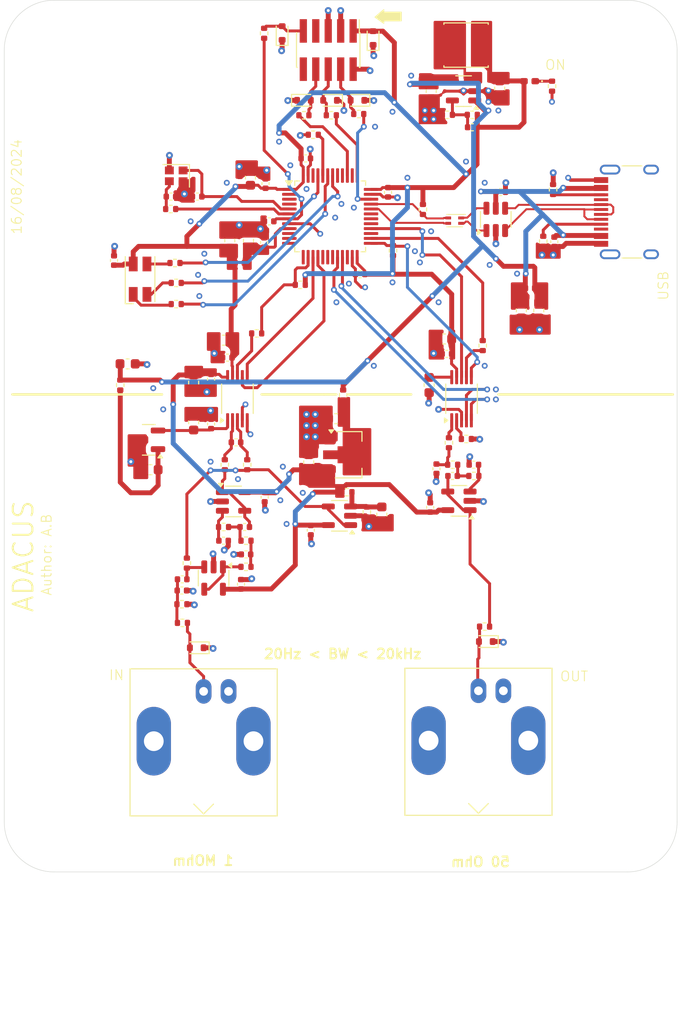
<source format=kicad_pcb>
(kicad_pcb (version 20240108) (generator "pcbnew") (generator_version "8.0")
  (layers (0 "F.Cu" signal) (1 "In1.Cu" signal) (2 "In2.Cu" signal) (31 "B.Cu" signal) (34 "B.Paste" user) (35 "F.Paste" user) (36 "B.SilkS" user "B.Silkscreen") (37 "F.SilkS" user "F.Silkscreen") (38 "B.Mask" user) (39 "F.Mask" user) (44 "Edge.Cuts" user))
  (net 0 "")
  (net 1 "VBUS")
  (net 2 "GND")
  (net 3 "+5V")
  (net 4 "/POWER/+5V_FILT")
  (net 5 "+3.3VA")
  (net 6 "+3V3")
  (net 7 "/POWER/FB_BUCK")
  (net 8 "/POWER/VREF_+3V3A")
  (net 9 "VDDA")
  (net 10 "/MCU/HSE_IN")
  (net 11 "/MCU/XTAL_IN")
  (net 12 "/MCU/MCU_NRST")
  (net 13 "Net-(U301-IN)")
  (net 14 "/ADC/ADC_VREF")
  (net 15 "/ADC/RF_IN")
  (net 16 "/ADC/IN_BUF")
  (net 17 "Net-(C311-Pad1)")
  (net 18 "/ADC/IN_AA_BUF_IN")
  (net 19 "Net-(C313-Pad1)")
  (net 20 "/ADC/IN_AA_BUF_OUT")
  (net 21 "/ADC/ADC_IN+")
  (net 22 "/ADC/ADC_IN-")
  (net 23 "/DAC/VREF_DC")
  (net 24 "Net-(C403-Pad1)")
  (net 25 "/DAC/OUT_AA_BUF_IN")
  (net 26 "Net-(C405-Pad1)")
  (net 27 "/DAC/OUT_AA_BUF_OUT")
  (net 28 "/POWER/LED_PWR_+3V3")
  (net 29 "/MCU/BLUE")
  (net 30 "/MCU/GREEN")
  (net 31 "/MCU/RED")
  (net 32 "/MCU/R205_P10")
  (net 33 "/MCU/R206_P9")
  (net 34 "/MCU/R207_P8")
  (net 35 "/MCU/R208_P16")
  (net 36 "/ADC/IN")
  (net 37 "/DAC/OUT")
  (net 38 "/MCU/USB_CMC_D-")
  (net 39 "/MCU/USB_D+")
  (net 40 "/MCU/USB_CMC_D+")
  (net 41 "/MCU/USB_D-")
  (net 42 "/MCU/USB_CONN_CC1")
  (net 43 "/MCU/USB_CONN_D-")
  (net 44 "/MCU/USB_CONN_CC2")
  (net 45 "/MCU/USB_CONN_D+")
  (net 47 "/POWER/SW_BUCK")
  (net 48 "/MCU/MCU_BOOT0")
  (net 49 "/MCU/HSE_OUT")
  (net 50 "SPI2_NSS")
  (net 51 "SPI1_SCK")
  (net 52 "/MCU/MCU_SWDIO")
  (net 53 "/MCU/MCU_SWCLK")
  (net 54 "/MCU/MCU_SWO")
  (net 55 "/MCU/TIM4_CH1")
  (net 56 "/MCU/TIM4_CH2")
  (net 57 "/MCU/TIM4_CH3")
  (net 58 "Net-(U300-SCLK)")
  (net 59 "VCOM")
  (net 60 "/ADC/IN_BUF_OUT")
  (net 61 "Net-(U400-SCLK)")
  (net 62 "SPI2_SCK")
  (net 63 "/DAC/DAC_OUT_B")
  (net 64 "/DAC/DAC_OUT_A")
  (net 65 "SPI1_MISO")
  (net 66 "DAC_NCLR")
  (net 71 "DAC_NLDAC")
  (net 79 "SPI1_NSS")
  (net 82 "SPI2_MOSI")
  (footprint "Capacitor_SMD:C_0402_1005Metric" (layer "F.Cu") (at 159.848 86.037 180)
    (property "Reference" "C401" (hide yes))
    (property "Value" "100n" (hide yes))
  )
  (footprint "Resistor_SMD:R_0402_1005Metric" (layer "F.Cu") (at 170.568 58.732 -90)
    (property "Reference" "R103" (hide yes))
    (property "Value" "1K" (hide yes))
  )
  (footprint "Resistor_SMD:R_0402_1005Metric" (layer "F.Cu") (at 132.842 111.564 180)
    (property "Reference" "R303" (hide yes))
    (property "Value" "2M2" (hide yes))
  )
  (footprint "Package_TO_SOT_SMD:SOT-89-3" (layer "F.Cu") (at 149.833 96.324)
    (property "Reference" "U100" (hide yes))
    (property "Value" "HT7533-1" (hide yes))
  )
  (footprint "Capacitor_SMD:C_0603_1608Metric" (layer "F.Cu") (at 139.627 74.48 90)
    (property "Reference" "C206" (hide yes))
    (property "Value" "1u" (hide yes))
  )
  (footprint "Capacitor_SMD:C_0603_1608Metric" (layer "F.Cu") (at 137.087 84.64 180)
    (property "Reference" "C307" (hide yes))
    (property "Value" "10u" (hide yes))
  )
  (footprint "Diode_SMD:D_SOD-523" (layer "F.Cu") (at 152.327 53.824 90)
    (property "Reference" "D201" (hide yes))
    (property "Value" "PESD3V3L1UB,115" (hide yes))
  )
  (footprint "Resistor_SMD:R_0402_1005Metric" (layer "F.Cu") (at 139.373 105.087 180)
    (property "Reference" "R306" (hide yes))
    (property "Value" "6k8" (hide yes))
  )
  (footprint "Resistor_SMD:R_0402_1005Metric" (layer "F.Cu") (at 132.894 113.469 180)
    (property "Reference" "R302" (hide yes))
    (property "Value" "1k" (hide yes))
  )
  (footprint "Capacitor_SMD:C_0603_1608Metric" (layer "F.Cu") (at 159.566 84.513 180)
    (property "Reference" "C400" (hide yes))
    (property "Value" "10u" (hide yes))
  )
  (footprint "Resistor_SMD:R_0402_1005Metric" (layer "F.Cu") (at 159.9 61.653 180)
    (property "Reference" "R102" (hide yes))
    (property "Value" "22k" (hide yes))
  )
  (footprint "Resistor_SMD:R_0402_1005Metric" (layer "F.Cu") (at 148.071 61.698)
    (property "Reference" "R206" (hide yes))
    (property "Value" "49R9" (hide yes))
  )
  (footprint "Capacitor_SMD:C_0402_1005Metric" (layer "F.Cu") (at 162.44 62.923 180)
    (property "Reference" "C106" (hide yes))
    (property "Value" "DNP" (hide yes))
  )
  (footprint "Capacitor_SMD:C_0402_1005Metric" (layer "F.Cu") (at 137.087 105.087)
    (property "Reference" "C312" (hide yes))
    (property "Value" "150p" (hide yes))
  )
  (footprint "Capacitor_SMD:C_0603_1608Metric" (layer "F.Cu") (at 158.249 59.24 -90)
    (property "Reference" "C104" (hide yes))
    (property "Value" "22u" (hide yes))
  )
  (footprint "Diode_SMD:D_SOD-523" (layer "F.Cu") (at 163.819 115.374 180)
    (property "Reference" "D400" (hide yes))
    (property "Value" "PESD3V3L1UB,115 " (hide yes))
  )
  (footprint "Capacitor_SMD:C_0402_1005Metric" (layer "F.Cu") (at 137.468 86.418 180)
    (property "Reference" "C306" (hide yes))
    (property "Value" "100n" (hide yes))
  )
  (footprint "Capacitor_SMD:C_0603_1608Metric" (layer "F.Cu") (at 134.039 88.958 -90)
    (property "Reference" "C304" (hide yes))
    (property "Value" "10u" (hide yes))
  )
  (footprint "Inductor_SMD:L_Cenker_CKCS4020" (layer "F.Cu") (at 161.805 54.541)
    (property "Reference" "L101" (hide yes))
    (property "Value" "68u" (hide yes))
  )
  (footprint "Resistor_SMD:R_0402_1005Metric" (layer "F.Cu") (at 141.224 53.338 -90)
    (property "Reference" "R208" (hide yes))
    (property "Value" "49R9" (hide yes))
  )
  (footprint "Resistor_SMD:R_0402_1005Metric" (layer "F.Cu") (at 157.407 71.305 -90)
    (property "Reference" "R204" (hide yes))
    (property "Value" "1k5" (hide yes))
  )
  (footprint "Capacitor_SMD:C_0603_1608Metric" (layer "F.Cu") (at 134.039 93.022 90)
    (property "Reference" "C302" (hide yes))
    (property "Value" "10u" (hide yes))
  )
  (footprint "Capacitor_SMD:C_0603_1608Metric" (layer "F.Cu") (at 145.769 97.086 90)
    (property "Reference" "C103" (hide yes))
    (property "Value" "22u" (hide yes))
  )
  (footprint "Resistor_SMD:R_0402_1005Metric" (layer "F.Cu") (at 137.087 103.69 180)
    (property "Reference" "R307" (hide yes))
    (property "Value" "6k8" (hide yes))
  )
  (footprint "Crystal:Crystal_SMD_2016-4Pin_2.0x1.6mm" (layer "F.Cu") (at 132.261 67.876 180)
    (property "Reference" "Y200" (hide yes))
    (property "Value" "16MHz" (hide yes))
  )
  (footprint "Package_TO_SOT_SMD:SOT-23-5" (layer "F.Cu") (at 136.071 108.897 -90)
    (property "Reference" "U302" (hide yes))
    (property "Value" "MCP6001UT-E/OT" (hide yes))
  )
  (footprint "Resistor_SMD:R_0402_1005Metric" (layer "F.Cu") (at 146.231 63.685)
    (property "Reference" "R200" (hide yes))
    (property "Value" "10K" (hide yes))
  )
  (footprint "Resistor_SMD:R_0402_1005Metric" (layer "F.Cu") (at 154.359 75.496 90)
    (property "Reference" "R202" (hide yes))
    (property "Value" "10K" (hide yes))
  )
  (footprint "MountingHole:MountingHole_2.7mm" (layer "F.Cu") (at 119.815 133.789)
    (property "Reference" "H103" (hide yes))
    (property "Value" "MountingHole" (hide yes))
  )
  (footprint "Capacitor_SMD:C_0402_1005Metric" (layer "F.Cu") (at 145.469 66.098)
    (property "Reference" "C201" (hide yes))
    (property "Value" "100n" (hide yes))
  )
  (footprint "Capacitor_SMD:C_0402_1005Metric" (layer "F.Cu") (at 153.851 69.555 -90)
    (property "Reference" "C202" (hide yes))
    (property "Value" "100n" (hide yes))
  )
  (footprint "Capacitor_SMD:C_0603_1608Metric" (layer "F.Cu") (at 127.308 87.053)
    (property "Reference" "C300" (hide yes))
    (property "Value" "10u" (hide yes))
  )
  (footprint "Capacitor_SMD:C_0402_1005Metric" (layer "F.Cu") (at 139.246 103.69)
    (property "Reference" "C313" (hide yes))
    (property "Value" "1n" (hide yes))
  )
  (footprint "Capacitor_SMD:C_0402_1005Metric" (layer "F.Cu") (at 132.84 110.167)
    (property "Reference" "C308" (hide yes))
    (property "Value" "150p" (hide yes))
  )
  (footprint "Capacitor_SMD:C_0402_1005Metric" (layer "F.Cu") (at 158.1475 101.691 -90)
    (property "Reference" "C406" (hide yes))
    (property "Value" "100n" (hide yes))
  )
  (footprint "Package_SO:VSSOP-10_3x3mm_P0.5mm" (layer "F.Cu") (at 138.5 90.609 90)
    (property "Reference" "U300" (hide yes))
    (property "Value" "~" (hide yes))
  )
  (footprint "Capacitor_SMD:C_0402_1005Metric" (layer "F.Cu") (at 141.732 72.517 180)
    (property "Reference" "C210" (hide yes))
    (property "Value" "100n" (hide yes))
  )
  (footprint "Capacitor_SMD:C_0603_1608Metric" (layer "F.Cu") (at 153.216 102.42 -90)
    (property "Reference" "C107" (hide yes))
    (property "Value" "22u" (hide yes))
  )
  (footprint "Resistor_SMD:R_0402_1005Metric" (layer "F.Cu") (at 170.674 69.271 90)
    (property "Reference" "R213" (hide yes))
    (property "Value" "5k1" (hide yes))
  )
  (footprint "Connector_Coaxial:BNC_Amphenol_B6252HB-NPP3G-50_Horizontal" (layer "F.Cu") (at 163.068 120.396 180)
    (property "Reference" "J400" (hide yes))
    (property "Value" "~" (hide yes))
  )
  (footprint "Package_TO_SOT_SMD:SOT-23-6" (layer "F.Cu") (at 164.832 72.319 90)
    (property "Reference" "U201" (hide yes))
    (property "Value" "USBLC6-2SC6" (hide yes))
  )
  (footprint "Capacitor_SMD:C_0402_1005Metric" (layer "F.Cu") (at 132.868 109.024)
    (property "Reference" "C309" (hide yes))
    (property "Value" "100n" (hide yes))
  )
  (footprint "Resistor_SMD:R_0402_1005Metric" (layer "F.Cu") (at 149.279 90.226 -90)
    (property "Reference" "R100" (hide yes))
    (property "Value" "10R" (hide yes))
  )
  (footprint "MountingHole:MountingHole_2.7mm" (layer "F.Cu") (at 178.235 55.049)
    (property "Reference" "H100" (hide yes))
    (property "Value" "MountingHole" (hide yes))
  )
  (footprint "Package_TO_SOT_SMD:SOT-23" (layer "F.Cu") (at 129.467 94.8 180)
    (property "Reference" "U301" (hide yes))
    (property "Value" "REF3033" (hide yes))
  )
  (footprint "Resistor_SMD:R_0402_1005Metric" (layer "F.Cu") (at 149.66 100.134)
    (property "Reference" "R104" (hide yes))
    (property "Value" "1K" (hide yes))
  )
  (footprint "Capacitor_SMD:C_0402_1005Metric" (layer "F.Cu") (at 165.34 69.525 180)
    (property "Reference" "C213" (hide yes))
    (property "Value" "100n" (hide yes))
  )
  (footprint "Resistor_SMD:R_0402_1005Metric" (layer "F.Cu") (at 137.214 97.34 90)
    (property "Reference" "R308" (hide yes))
    (property "Value" "1k" (hide yes))
  )
  (footprint "Capacitor_SMD:C_0603_1608Metric" (layer "F.Cu") (at 165.234 58.973 -90)
    (property "Reference" "C105" (hide yes))
    (property "Value" "22u" (hide yes))
  )
  (footprint "Diode_SMD:D_SOD-523" (layer "F.Cu") (at 143.056 53.316 90)
    (property "Reference" "D205" (hide yes))
    (property "Value" "PESD3V3L1UB,115" (hide yes))
  )
  (footprint "Capacitor_SMD:C_0603_1608Metric" (layer "F.Cu") (at 139.827 68.059 90)
    (property "Reference" "C200" (hide yes))
    (property "Value" "10u" (hide yes))
  )
  (footprint "Package_TO_SOT_SMD:SOT-23-5" (layer "F.Cu") (at 138.1085 101.084)
    (property "Reference" "U303" (hide yes))
    (property "Value" "MCP6001UT-E/OT" (hide yes))
  )
  (footprint "Resistor_SMD:R_0402_1005Metric" (layer "F.Cu") (at 163.503 85.189 -90)
    (property "Reference" "R400" (hide yes))
    (property "Value" "0R" (hide yes))
  )
  (footprint "Resistor_SMD:R_0402_1005Metric" (layer "F.Cu") (at 160.058 95.095 -90)
    (property "Reference" "R402" (hide yes))
    (property "Value" "6k8" (hide yes))
  )
  (footprint "Resistor_SMD:R_0402_1005Metric" (layer "F.Cu") (at 139.5 97.34 90)
    (property "Reference" "R309" (hide yes))
    (property "Value" "1k" (hide yes))
  )
  (footprint "Inductor_SMD:L_CommonModeChoke_Coilcraft_0603USB" (layer "F.Cu") (at 160.641 72.446 -90)
    (property "Reference" "FL200" (hide yes))
    (property "Value" "CMF3216F-900-2P-T" (hide yes))
  )
  (footprint "Diode_SMD:D_SOD-523" (layer "F.Cu") (at 147.944 60.174 180)
    (property "Reference" "D203" (hide yes))
    (property "Value" "PESD3V3L1UB,115" (hide yes))
  )
  (footprint "Resistor_SMD:R_0402_1005Metric" (layer "F.Cu") (at 133.348 107.371 90)
    (property "Reference" "R304" (hide yes))
    (property "Value" "2M2" (hide yes))
  )
  (footprint "Capacitor_SMD:C_0402_1005Metric" (layer "F.Cu") (at 131.727 69.993)
    (property "Reference" "C209" (hide yes))
    (property "Value" "10p" (hide yes))
  )
  (footprint "Resistor_SMD:R_0402_1005Metric" (layer "F.Cu") (at 132.261 78.798 180)
    (property "Reference" "R209" (hide yes))
    (property "Value" "1k" (hide yes))
  )
  (footprint "MountingHole:MountingHole_2.7mm" (layer "F.Cu") (at 178.235 133.789)
    (property "Reference" "H101" (hide yes))
    (property "Value" "MountingHole" (hide yes))
  )
  (footprint "Capacitor_SMD:C_0402_1005Metric" (layer "F.Cu") (at 162.598 97.34 180)
    (property "Reference" "C404" (hide yes))
    (property "Value" "150p" (hide yes))
  )
  (footprint "Capacitor_SMD:C_0603_1608Metric" (layer "F.Cu") (at 129.6425 97.848 180)
    (property "Reference" "C301" (hide yes))
    (property "Value" "10u" (hide yes))
  )
  (footprint "Diode_SMD:D_SOD-523" (layer "F.Cu") (at 134.355 116.009 180)
    (property "Reference" "D300" (hide yes))
    (property "Value" "PESD3V3L1UB,115 " (hide yes))
  )
  (footprint "Resistor_SMD:R_0402_1005Metric" (layer "F.Cu") (at 169.672 74.549 -90)
    (property "Reference" "R212" (hide yes))
    (property "Value" "5k1" (hide yes))
  )
  (footprint "Capacitor_SMD:C_0402_1005Metric" (layer "F.Cu") (at 160.4335 98.483 180)
    (property "Reference" "C405" (hide yes))
    (property "Value" "1n" (hide yes))
  )
  (footprint "Resistor_SMD:R_0402_1005Metric" (layer "F.Cu") (at 160.439 97.34)
    (property "Reference" "R403" (hide yes))
    (property "Value" "6k8" (hide yes))
  )
  (footprint "Resistor_SMD:R_0402_1005Metric" (layer "F.Cu") (at 145.277 61.698 180)
    (property "Reference" "R207" (hide yes))
    (property "Value" "49R9" (hide yes))
  )
  (footprint "Capacitor_SMD:C_0603_1608Metric" (layer "F.Cu") (at 137.722 74.48 90)
    (property "Reference" "C207" (hide yes))
    (property "Value" "1u" (hide yes))
  )
  (footprint "Capacitor_SMD:C_0402_1005Metric" (layer "F.Cu") (at 138.865 109.532 -90)
    (property "Reference" "C310" (hide yes))
    (property "Value" "100n" (hide yes))
  )
  (footprint "Capacitor_SMD:C_0603_1608Metric" (layer "F.Cu") (at 148.563 92.641 180)
    (property "Reference" "C102" (hide yes))
    (property "Value" "22u" (hide yes))
  )
  (footprint "Connector_USB:USB_C_Receptacle_HRO_TYPE-C-31-M-12" (layer "F.Cu") (at 179.614 71.559 90)
    (property "Reference" "J200" (hide yes))
    (property "Value" "USB_C_Receptacle_USB2.0_14P")
  )
  (footprint "Capacitor_SMD:C_0603_1608Metric" (layer "F.Cu") (at 158.042 89.212 -90)
    (property "Reference" "C402" (hide yes))
    (property "Value" "1u" (hide yes))
  )
  (footprint "Capacitor_SMD:C_0402_1005Metric" (layer "F.Cu") (at 135.817 88.605 -90)
    (property "Reference" "C305" (hide yes))
    (property "Value" "100n" (hide yes))
  )
  (footprint "Package_TO_SOT_SMD:SOT-23-5" (layer "F.Cu") (at 161.074 101.023 180)
    (property "Reference" "U401" (hide yes))
    (property "Value" "MCP6001UT-E/OT" (hide yes))
  )
  (footprint "Resistor_SMD:R_0402_1005Metric" (layer "F.Cu") (at 150.865 61.571)
    (property "Reference" "R205" (hide yes))
    (property "Value" "49R9" (hide yes))
  )
  (footprint "Connector_PinHeader_1.27mm:PinHeader_2x05_P1.27mm_Vertical_SMD" (layer "F.Cu") (at 147.755 55.049 -90)
    (property "Reference" "J201" (hide yes))
    (property "Value" "~" (hide yes))
  )
  (footprint "Resistor_SMD:R_0402_1005Metric" (layer "F.Cu") (at 131.697 71.263)
    (property "Reference" "R201" (hide yes))
    (property "Value" "0R" (hide yes))
  )
  (footprint "Capacitor_SMD:C_0402_1005Metric" (layer "F.Cu") (at 145.977 104.013 90)
    (property "Reference" "C108" (hide yes))
    (property "Value" "100n" (hide yes))
  )
  (footprint "LED_SMD:LED_RGB_Wuerth-PLCC4_3.2x2.8mm_150141M173100" (layer "F.Cu") (at 128.578 78.417 90)
    (property "Reference" "D200" (hide yes))
    (property "Value" "ASMB-MTB0-0A3A2" (hide yes))
  )
  (footprint "Resistor_SMD:R_0402_1005Metric" (layer "F.Cu") (at 162.598 98.483)
    (property "Reference" "R404" (hide yes))
    (property "Value" "6k8" (hide yes))
  )
  (footprint "Capacitor_SMD:C_0402_1005Metric" (layer "F.Cu") (at 141.278 100.642 90)
    (property "Reference" "C314" (hide yes))
    (property "Value" "100n" (hide yes))
  )
  (footprint "Connector_Coaxial:BNC_Amphenol_B6252HB-NPP3G-50_Horizontal" (layer "F.Cu") (at 135.055 120.454 180)
    (property "Reference" "J300" (hide yes))
    (property "Value" "~" (hide yes))
  )
  (footprint "Capacitor_SMD:C_0402_1005Metric" (layer "F.Cu") (at 151.003 77.909 180)
    (property "Reference" "C203" (hide yes))
    (property "Value" "100n" (hide yes))
  )
  (footprint "Capacitor_SMD:C_0402_1005Metric" (layer "F.Cu") (at 135.817 93.177 90)
    (property "Reference" "C303" (hide yes))
    (property "Value" "100n" (hide yes))
  )
  (footprint "Resistor_SMD:R_0402_1005Metric" (layer "F.Cu") (at 163.692 113.85 180)
    (property "Reference" "R405" (hide yes))
    (property "Value" "6k8" (hide yes))
  )
  (footprint "Resistor_SMD:R_0402_1005Metric" (layer "F.Cu") (at 140.462 83.947)
    (property "Reference" "R301" (hide yes))
    (property "Value" "0R" (hide yes))
  )
  (footprint "Inductor_SMD:L_0402_1005Metric" (layer "F.Cu") (at 138.738 76.753 180)
    (property "Reference" "L200" (hide yes))
    (property "Value" "10n" (hide yes))
  )
  (footprint "Package_TO_SOT_SMD:SOT-23-5" (layer "F.Cu") (at 148.898 102.547 180)
    (property "Reference" "U102" (hide yes))
    (property "Value" "MCP6001-E/OT" (hide yes))
  )
  (footprint "Package_SO:VSSOP-10_3x3mm_P0.5mm" (layer "F.Cu") (at 161.344 90.609 90)
    (property "Reference" "U400" (hide yes))
    (property "Value" "~" (hide yes))
  )
  (footprint "Resistor_SMD:R_0402_1005Metric" (layer "F.Cu") (at 126.559 89.212 -90)
    (property "Reference" "R300" (hide yes))
    (property "Value" "49R9" (hide yes))
  )
  (footprint "Capacitor_SMD:C_0402_1005Metric" (layer "F.Cu") (at 134.394 69.993 180)
    (property "Reference" "C208" (hide yes))
    (property "Value" "10p" (hide yes))
  )
  (footprint "Resistor_SMD:R_0402_1005Metric" (layer "F.Cu") (at 139.373 107.754)
    (property "Reference" "R305" (hide yes))
    (property "Value" "6k8" (hide yes))
  )
  (footprint "Diode_SMD:D_0402_1005Metric_Pad0.77x0.64mm_HandSolder" (layer "F.Cu") (at 168.282 58.224 180)
    (property "Reference" "D100" (hide yes))
    (property "Value" "LED" (hide yes))
  )
  (footprint "Package_QFP:LQFP-48_7x7mm_P0.5mm" (layer "F.Cu") (at 147.955 72.009)
    (property "Reference" "U200" (hide yes))
    (property "Value" "STM32F103CBT6" (hide yes))
  )
  (footprint "Resistor_SMD:R_0402_1005Metric" (layer "F.Cu") (at 162.44 61.653 180)
    (property "Reference" "R101" (hide yes))
    (property "Value" "100k" (hide yes))
  )
  (footprint "MountingHole:MountingHole_2.7mm" (layer "F.Cu") (at 119.815 55.049)
    (property "Reference" "H102" (hide yes))
    (property "Value" "MountingHole" (hide yes))
  )
  (footprint "Capacitor_SMD:C_0402_1005Metric" (layer "F.Cu") (at 158.788 97.749 -90)
    (property "Reference" "C403" (hide yes))
    (property "Value" "150p" (hide yes))
  )
  (footprint "Resistor_SMD:R_0402_1005Metric" (layer "F.Cu") (at 132.261 80.957 180)
    (property "Reference" "R210" (hide yes))
    (property "Value" "1k" (hide yes))
  )
  (footprint "Package_TO_SOT_SMD:SOT-23-5" (layer "F.Cu") (at 161.551 59.24 180)
    (property "Reference" "U101" (hide yes))
    (property "Value" "TLV62569DBV" (hide yes))
  )
  (footprint "Capacitor_SMD:C_0603_1608Metric" (layer "F.Cu") (at 169.218 81.605 -90)
    (property "Reference" "C101" (hide yes))
    (property "Value" "1u" (hide yes))
  )
  (footprint "Inductor_SMD:L_0402_1005Metric" (layer "F.Cu") (at 168.329 79.332)
    (property "Reference" "L100" (hide yes))
    (property "Value" "10n" (hide yes))
  )
  (footprint "Capacitor_SMD:C_0402_1005Metric" (layer "F.Cu") (at 170.801 74.605 -90)
    (property "Reference" "C212" (hide yes))
    (property "Value" "100n" (hide yes))
  )
  (footprint "Diode_SMD:D_SOD-523" (layer "F.Cu") (at 145.277 60.174)
    (property "Reference" "D204" (hide yes))
    (property "Value" "PESD3V3L1UB,115" (hide yes))
  )
  (footprint "Diode_SMD:D_SOD-523" (layer "F.Cu") (at 150.738 60.174 180)
    (property "Reference" "D202" (hide yes))
    (property "Value" "PESD3V3L1UB,115" (hide yes))
  )
  (footprint "Capacitor_SMD:C_0402_1005Metric" (layer "F.Cu") (at 141.224 74.676 90)
    (property "Reference" "C205" (hide yes))
    (property "Value" "10n" (hide yes))
  )
  (footprint "Resistor_SMD:R_0402_1005Metric" (layer "F.Cu") (at 144.907 78.994 180)
    (property "Reference" "R203" (hide yes))
    (property "Value" "10K" (hide yes))
  )
  (footprint "Capacitor_SMD:C_0402_1005Metric" (layer "F.Cu") (at 138.357 95.054)
    (property "Reference" "C315" (hide yes))
    (property "Value" "150p" (hide yes))
  )
  (footprint "Capacitor_SMD:C_0402_1005Metric" (layer "F.Cu") (at 139.373 106.484 180)
    (property "Reference" "C311" (hide yes))
    (property "Value" "150p" (hide yes))
  )
  (footprint "Capacitor_SMD:C_0603_1608Metric" (layer "F.Cu") (at 167.44 81.592 -90)
    (property "Reference" "C100" (hide yes))
    (property "Value" "1u" (hide yes))
  )
  (footprint "Capacitor_SMD:C_0402_1005Metric" (layer "F.Cu") (at 125.923 76.508 90)
    (property "Reference" "C211" (hide yes))
    (property "Value" "100n" (hide yes))
  )
  (footprint "Resistor_SMD:R_0402_1005Metric" (layer "F.Cu") (at 151.692 102.166 -90)
    (property "Reference" "R105" (hide yes))
    (property "Value" "1K" (hide yes))
  )
  (footprint "Resistor_SMD:R_0402_1005Metric" (layer "F.Cu") (at 132.134 76.766 180)
    (property "Reference" "R211" (hide yes))
    (property "Value" "1k" (hide yes))
  )
  (footprint "Capacitor_SMD:C_0402_1005Metric" (layer "F.Cu") (at 141.363 68.664 90)
    (property "Reference" "C204" (hide yes))
    (property "Value" "100n" (hide yes))
  )
  (footprint "Resistor_SMD:R_0402_1005Metric" (layer "F.Cu") (at 161.834 94.714)
    (property "Reference" "R401" (hide yes))
    (property "Value" "10k" (hide yes))
  )
  (gr_line (start 165.1 90.17) (end 182.88 90.17) (stroke (width 0.25)) (layer "F.SilkS"))
  (gr_line (start 130.81 90.17) (end 115.57 90.17) (stroke (width 0.25)) (layer "F.SilkS"))
  (gr_line (start 147.32 90.17) (end 140.97 90.17) (stroke (width 0.25)) (layer "F.SilkS"))
  (gr_line (start 149.86 90.17) (end 156.21 90.17) (stroke (width 0.25)) (layer "F.SilkS"))
  (gr_line (start 147.32 90.17) (end 148.59 90.17) (stroke (width 0.25)) (layer "F.SilkS"))
  (gr_poly (pts (xy 153.416 51.181) (xy 155.194 51.181) (xy 155.194 52.07) (xy 153.416 52.07) (xy 153.416 52.324) (xy 152.527 51.689) (xy 153.416 50.927)) (stroke (width 0.1)) (fill solid) (layer "F.SilkS"))
  (gr_arc (start 114.735 55.049) (mid 116.222898 51.456898) (end 119.815 49.969) (stroke (width 0.05)) (layer "Edge.Cuts"))
  (gr_arc (start 183.315 133.789) (mid 181.827102 137.381102) (end 178.235 138.869) (stroke (width 0.05)) (layer "Edge.Cuts"))
  (gr_line (start 114.735 55.049) (end 114.735 133.789) (stroke (width 0.05)) (layer "Edge.Cuts"))
  (gr_line (start 178.235 138.869) (end 119.815 138.869) (stroke (width 0.05)) (layer "Edge.Cuts"))
  (gr_line (start 119.815 49.969) (end 178.235 49.969) (stroke (width 0.05)) (layer "Edge.Cuts"))
  (gr_arc (start 178.235 49.969) (mid 181.827102 51.456898) (end 183.315 55.049) (stroke (width 0.05)) (layer "Edge.Cuts"))
  (gr_line (start 183.315 55.049) (end 183.315 133.789) (stroke (width 0.05)) (layer "Edge.Cuts"))
  (gr_arc (start 119.815 138.869) (mid 116.222898 137.381102) (end 114.735 133.789) (stroke (width 0.05)) (layer "Edge.Cuts"))
  (gr_text "ON\n" (at 169.799 57.15 0) (layer "F.SilkS") (effects (font (size 1 1) (thickness 0.1)) (justify left bottom)))
  (gr_text "ADACUS" (at 117.856 112.522 90) (layer "F.SilkS") (effects (font (size 2 2) (thickness 0.2)) (justify left bottom)))
  (gr_text "IN" (at 125.349 119.38 0) (layer "F.SilkS") (effects (font (size 1 1) (thickness 0.1)) (justify left bottom)))
  (gr_text "50 Ohm\n" (at 166.37 138.43 0) (layer "F.SilkS") (effects (font (size 1 1) (thickness 0.2) (bold yes)) (justify left bottom mirror)))
  (gr_text "20Hz < BW < 20kHz" (at 141.097 117.221 0) (layer "F.SilkS") (effects (font (size 1 1) (thickness 0.2) (bold yes)) (justify left bottom)))
  (gr_text "OUT" (at 171.323 119.507 0) (layer "F.SilkS") (effects (font (size 1 1) (thickness 0.1)) (justify left bottom)))
  (gr_text "USB" (at 182.499 80.645 90) (layer "F.SilkS") (effects (font (size 1 1) (thickness 0.1)) (justify left bottom)))
  (gr_text "16/08/2024" (at 116.586 73.914 90) (layer "F.SilkS") (effects (font (size 1 1) (thickness 0.1)) (justify left bottom)))
  (gr_text "Author: A.B" (at 119.634 110.744 90) (layer "F.SilkS") (effects (font (size 1 1) (thickness 0.1)) (justify left bottom)))
  (gr_text "1 MOhm" (at 138.176 138.303 0) (layer "F.SilkS") (effects (font (size 1 1) (thickness 0.2) (bold yes)) (justify left bottom mirror)))
  (segment (start 163.322 69.469) (end 164.804 69.469) (width 0.5) (layer "F.Cu") (net 1))
  (segment (start 171.749 73.959) (end 175.934 73.959) (width 0.5) (layer "F.Cu") (net 1))
  (segment (start 170.967 73.959) (end 170.801 74.125) (width 0.5) (layer "F.Cu") (net 1))
  (segment (start 164.804 69.469) (end 164.86 69.525) (width 0.5) (layer "F.Cu") (net 1))
  (segment (start 167.844 77.901) (end 167.894 77.851) (width 0.5) (layer "F.Cu") (net 1))
  (segment (start 171.775 69.159) (end 175.934 69.159) (width 0.5) (layer "F.Cu") (net 1))
  (segment (start 171.704 73.914) (end 171.749 73.959) (width 0.5) (layer "F.Cu") (net 1))
  (segment (start 167.844 79.332) (end 167.844 77.901) (width 0.5) (layer "F.Cu") (net 1))
  (segment (start 171.659 73.959) (end 170.967 73.959) (width 0.5) (layer "F.Cu") (net 1))
  (segment (start 164.832 69.553) (end 164.86 69.525) (width 0.5) (layer "F.Cu") (net 1))
  (segment (start 171.704 73.914) (end 171.659 73.959) (width 0.5) (layer "F.Cu") (net 1))
  (segment (start 164.832 71.1815) (end 164.832 69.553) (width 0.5) (layer "F.Cu") (net 1))
  (segment (start 171.704 69.088) (end 171.775 69.159) (width 0.5) (layer "F.Cu") (net 1))
  (via (at 167.894 77.851) (size 0.6) (drill 0.3) (layers "F.Cu" "B.Cu") (net 1))
  (via (at 163.322 69.469) (size 0.6) (drill 0.3) (layers "F.Cu" "B.Cu") (net 1))
  (via (at 171.704 69.088) (size 0.6) (drill 0.3) (layers "F.Cu" "B.Cu") (net 1))
  (via (at 171.704 73.914) (size 0.6) (drill 0.3) (layers "F.Cu" "B.Cu") (net 1))
  (segment (start 167.894 73.533) (end 169.6085 71.8185) (width 0.5) (layer "B.Cu") (net 1))
  (segment (start 169.6085 71.8185) (end 167.259 69.469) (width 0.5) (layer "B.Cu") (net 1))
  (segment (start 167.894 77.851) (end 167.894 73.533) (width 0.5) (layer "B.Cu") (net 1))
  (segment (start 171.704 69.088) (end 171.323 69.469) (width 0.5) (layer "B.Cu") (net 1))
  (segment (start 171.704 73.914) (end 169.6085 71.8185) (width 0.5) (layer "B.Cu") (net 1))
  (segment (start 171.323 69.469) (end 167.259 69.469) (width 0.5) (layer "B.Cu") (net 1))
  (segment (start 167.259 69.469) (end 163.322 69.469) (width 0.5) (layer "B.Cu") (net 1))
  (segment (start 135.948 116.009) (end 136.017 116.078) (width 0.5) (layer "F.Cu") (net 2))
  (segment (start 175.569 68.309) (end 172.449 68.309) (width 0.34925) (layer "F.Cu") (net 2))
  (segment (start 158.1475 101.211) (end 158.1475 100.3625) (width 0.5) (layer "F.Cu") (net 2))
  (segment (start 162.118 96.581) (end 162.179 96.52) (width 0.5) (layer "F.Cu") (net 2))
  (segment (start 170.688 67.564) (end 170.688 68.747) (width 0.5) (layer "F.Cu") (net 2))
  (segment (start 151.13 79.248) (end 150.523 78.641) (width 0.3) (layer "F.Cu") (net 2))
  (segment (start 145.911 72.759) (end 146.939 73.787) (width 0.3) (layer "F.Cu") (net 2))
  (segment (start 133.916 110.167) (end 133.985 110.236) (width 0.5) (layer "F.Cu") (net 2))
  (segment (start 139 92.809) (end 139 91.505) (width 0.3) (layer "F.Cu") (net 2))
  (segment (start 145.977 104.551) (end 145.977 105.337) (width 0.5) (layer "F.Cu") (net 2))
  (segment (start 139 91.505) (end 139.319 91.186) (width 0.3) (layer "F.Cu") (net 2))
  (segment (start 136.971 101.084) (end 135.771 101.084) (width 0.5) (layer "F.Cu") (net 2))
  (segment (start 150.205 76.1715) (end 150.205 77.053) (width 0.3) (layer "F.Cu") (net 2))
  (segment (start 165.539 115.374) (end 165.608 115.443) (width 0.5) (layer "F.Cu") (net 2))
  (segment (start 162.2115 101.023) (end 163.507 101.023) (width 0.5) (layer "F.Cu") (net 2))
  (segment (start 165.82 69.525) (end 165.82 68.622) (width 0.5) (layer "F.Cu") (net 2))
  (segment (start 138.118 106.484) (end 138.893 106.484) (width 0.5) (layer "F.Cu") (net 2))
  (segment (start 153.347 70.035) (end 153.851 70.035) (width 0.3) (layer "F.Cu") (net 2))
  (segment (start 158.788 99.022) (end 158.75 99.06) (width 0.5) (layer "F.Cu") (net 2))
  (segment (start 152.376 60.174) (end 152.4 60.198) (width 0.5) (layer "F.Cu") (net 2))
  (segment (start 139.5 92.809) (end 139.5 93.907) (width 0.3) (layer "F.Cu") (net 2))
  (segment (start 145.721 63.685) (end 144.976 63.685) (width 0.3) (layer "F.Cu") (net 2))
  (segment (start 149.025 51.019) (end 149.025 53.099) (width 0.5) (layer "F.Cu") (net 2))
  (segment (start 144.577 60.174) (end 143.661 60.174) (width 0.5) (layer "F.Cu") (net 2))
  (segment (start 150.0355 102.547) (end 151.563 102.547) (width 0.5) (layer "F.Cu") (net 2))
  (segment (start 162.118 97.34) (end 162.118 96.581) (width 0.5) (layer "F.Cu") (net 2))
  (segment (start 172.449 68.309) (end 172.212 68.072) (width 0.34925) (layer "F.Cu") (net 2))
  (segment (start 143.056 55.064) (end 143.002 55.118) (width 0.5) (layer "F.Cu") (net 2))
  (segment (start 145.923 66.072) (end 145.949 66.098) (width 0.3) (layer "F.Cu") (net 2))
  (segment (start 150.205 77.053) (end 150.523 77.371) (width 0.3) (layer "F.Cu") (net 2))
  (segment (start 139.5 93.907) (end 139.827 94.234) (width 0.3) (layer "F.Cu") (net 2))
  (segment (start 151.511 79.248) (end 151.13 79.248) (width 0.3) (layer "F.Cu") (net 2))
  (segment (start 158.042 91.005) (end 157.988 91.059) (width 0.5) (layer "F.Cu") (net 2))
  (segment (start 151.563 102.547) (end 151.692 102.676) (width 0.5) (layer "F.Cu") (net 2))
  (segment (start 165.82 68.622) (end 165.862 68.58) (width 0.5) (layer "F.Cu") (net 2))
  (segment (start 158.788 98.229) (end 158.788 99.022) (width 0.5) (layer "F.Cu") (net 2))
  (segment (start 131.561 65.797) (end 131.572 65.786) (width 0.5) (layer "F.Cu") (net 2))
  (segment (start 145.949 65.177) (end 145.923 65.151) (width 0.3) (layer "F.Cu") (net 2))
  (segment (start 136.071 107.7595) (end 136.071 106.48) (width 0.5) (layer "F.Cu") (net 2))
  (segment (start 125.923 75.118) (end 125.984 75.057) (width 0.5) (layer "F.Cu") (net 2))
  (segment (start 145.705 67.00588) (end 145.949 66.76188) (width 0.3) (layer "F.Cu") (net 2))
  (segment (start 164.832 73.4565) (end 164.832 74.789) (width 0.5) (layer "F.Cu") (net 2))
  (segment (start 153.071 69.759) (end 153.347 70.035) (width 0.3) (layer "F.Cu") (net 2))
  (segment (start 164.519 115.374) (end 165.539 115.374) (width 0.5) (layer "F.Cu") (net 2))
  (segment (start 152.327 54.524) (end 152.327 55.553) (width 0.5) (layer "F.Cu") (net 2))
  (segment (start 145.923 65.151) (end 145.923 66.072) (width 0.3) (layer "F.Cu") (net 2))
  (segment (start 152.327 55.553) (end 152.4 55.626) (width 0.5) (layer "F.Cu") (net 2))
  (segment (start 139.868 109.052) (end 139.954 108.966) (width 0.5) (layer "F.Cu") (net 2))
  (segment (start 133.32 110.167) (end 133.916 110.167) (width 0.5) (layer "F.Cu") (net 2))
  (segment (start 137.567 105.638) (end 137.567 105.087) (width 0.5) (layer "F.Cu") (net 2))
  (segment (start 172.002 74.759) (end 175.934 74.759) (width 0.5) (layer "F.Cu") (net 2))
  (segment (start 148.947 60.174) (end 149.352 60.579) (width 0.3) (layer "F.Cu") (net 2))
  (segment (start 151.868 56.999) (end 152.019 57.15) (width 0.5) (layer "F.Cu") (net 2))
  (segment (start 161.05712 91.694) (end 161.344 91.98088) (width 0.3) (layer "F.Cu") (net 2))
  (segment (start 151.438 60.174) (end 152.376 60.174) (width 0.5) (layer "F.Cu") (net 2))
  (segment (start 150.523 77.371) (end 150.523 77.909) (width 0.3) (layer "F.Cu") (net 2))
  (segment (start 161.344 91.98088) (end 161.344 92.809) (width 0.3) (layer "F.Cu") (net 2))
  (segment (start 134.043 111.564) (end 134.112 111.633) (width 0.5) (layer "F.Cu") (net 2))
  (segment (start 159.004 91.694) (end 161.05712 91.694) (width 0.3) (layer "F.Cu") (net 2))
  (segment (start 125.923 76.028) (end 125.923 75.118) (width 0.5) (layer "F.Cu") (net 2))
  (segment (start 170.688 68.747) (end 170.674 68.761) (width 0.5) (layer "F.Cu") (net 2))
  (segment (start 163.507 101.023) (end 163.576 101.092) (width 0.5) (layer "F.Cu") (net 2))
  (segment (start 138.865 109.052) (end 139.868 109.052) (width 0.5) (layer "F.Cu") (net 2))
  (segment (start 136.071 106.48) (end 136.017 106.426) (width 0.5) (layer "F.Cu") (net 2))
  (segment (start 143.7925 72.759) (end 145.911 72.759) (width 0.3) (layer "F.Cu") (net 2))
  (segment (start 141.278 101.908) (end 141.351 101.981) (width 0.5) (layer "F.Cu") (net 2))
  (segment (start 145.977 105.337) (end 146.05 105.41) (width 0.5) (layer "F.Cu") (net 2))
  (segment (start 152.1175 69.759) (end 153.071 69.759) (width 0.3) (layer "F.Cu") (net 2))
  (segment (start 150.523 78.641) (end 150.523 77.909) (width 0.3) (layer "F.Cu") (net 2))
  (segment (start 145.949 66.76188) (end 145.949 66.098) (width 0.3) (layer "F.Cu") (net 2))
  (segment (start 141.278 101.122) (end 141.278 101.908) (width 0.5) (layer "F.Cu") (net 2))
  (segment (start 162.344 94.714) (end 163.167 94.714) (width 0.5) (layer "F.Cu") (net 2))
  (segment (start 170.568 59.242) (end 170.568 60.318) (width 0.3) (layer "F.Cu") (net 2))
  (segment (start 128.083 87.053) (end 129.217 87.053) (width 0.5) (layer "F.Cu") (net 2))
  (segment (start 163.167 94.714) (end 163.195 94.742) (width 0.5) (layer "F.Cu") (net 2))
  (segment (start 154.744 70.035) (end 154.813 70.104) (width 0.3) (layer "F.Cu") (net 2))
  (segment (start 133.352 111.564) (end 134.043 111.564) (width 0.5) (layer "F.Cu") (net 2))
  (segment (start 144.976 63.685) (end 144.907 63.754) (width 0.3) (layer "F.Cu") (net 2))
  (segment (start 135.055 116.009) (end 135.948 116.009) (width 0.5) (layer "F.Cu") (net 2))
  (segment (start 137.16 106.045) (end 137.567 105.638) (width 0.5) (layer "F.Cu") (net 2))
  (segment (start 148.644 60.174) (end 148.947 60.174) (width 0.3) (layer "F.Cu") (net 2))
  (segment (start 171.676 75.085) (end 172.002 74.759) (width 0.5) (layer "F.Cu") (net 2))
  (segment (start 145.705 67.8465) (end 145.705 67.00588) (width 0.3) (layer "F.Cu") (net 2))
  (segment (start 147.755 51.019) (end 147.755 53.099) (width 0.5) (layer "F.Cu") (net 2))
  (segment (start 150.295 56.999) (end 151.868 56.999) (width 0.5) (layer "F.Cu") (net 2))
  (segment (start 158.042 89.987) (end 158.042 91.005) (width 0.5) (layer "F.Cu") (net 2))
  (segment (start 153.851 70.035) (end 154.744 70.035) (width 0.3) (layer "F.Cu") (net 2))
  (segment (start 170.801 75.085) (end 171.676 75.085) (width 0.5) (layer "F.Cu") (net 2))
  (segment (start 149.352 60.579) (end 149.352 61.214) (width 0.3) (layer "F.Cu") (net 2))
  (segment (start 135.771 101.084) (end 135.763 101.092) (width 0.5) (layer "F.Cu") (net 2))
  (segment (start 158.1475 100.3625) (end 157.988 100.203) (width 0.5) (layer "F.Cu") (net 2))
  (segment (start 170.568 60.318) (end 170.561 60.325) (width 0.3) (layer "F.Cu") (net 2))
  (segment (start 143.056 54.016) (end 143.056 55.064) (width 0.5) (layer "F.Cu") (net 2))
  (segment (start 129.217 87.053) (end 129.286 87.122) (width 0.5) (layer "F.Cu") (net 2))
  (segment (start 143.661 60.174) (end 143.637 60.198) (width 0.5) (layer "F.Cu") (net 2))
  (segment (start 164.832 74.789) (end 164.846 74.803) (width 0.5) (layer "F.Cu") (net 2))
  (segment (start 131.561 67.326) (end 131.561 65.797) (width 0.5) (layer "F.Cu") (net 2))
  (via (at 164.846 74.803) (size 0.7) (drill 0.3) (layers "F.Cu" "B.Cu") (net 2))
  (via (at 146.05 105.41) (size 0.7) (drill 0.3) (layers "F.Cu" "B.Cu") (net 2))
  (via (at 158.496 85.979) (size 0.7) (drill 0.3) (layers "F.Cu" "B.Cu") (net 2))
  (via (at 172.212 68.072) (size 0.6) (drill 0.3) (layers "F.Cu" "B.Cu") (net 2))
  (via (at 139.319 91.186) (size 0.6) (drill 0.3) (layers "F.Cu" "B.Cu") (net 2))
  (via (at 127.635 97.028) (size 0.7) (drill 0.3) (layers "F.Cu" "B.Cu") (net 2))
  (via (at 133.985 110.236) (size 0.7) (drill 0.3) (layers "F.Cu" "B.Cu") (net 2))
  (via (at 133.731 72.517) (size 0.6) (drill 0.3) (layers "F.Cu" "B.Cu") (net 2))
  (via (at 157.099 76.708) (size 0.6) (drill 0.3) (layers "F.Cu" "B.Cu") (net 2))
  (via (at 157.607 61.214) (size 0.6) (drill 0.3) (layers "F.Cu" "B.Cu") (net 2))
  (via (at 157.988 91.059) (size 0.7) (drill 0.3) (layers "F.Cu" "B.Cu") (net 2))
  (via (at 138.118 106.484) (size 0.7) (drill 0.3) (layers "F.Cu" "B.Cu") (net 2))
  (via (at 135.763 97.028) (size 0.6) (drill 0.3) (layers "F.Cu" "B.Cu") (net 2))
  (via (at 152.019 57.15) (size 0.7) (drill 0.3) (layers "F.Cu" "B.Cu") (net 2))
  (via (at 152.4 87.249) (size 0.6) (drill 0.3) (layers "F.Cu" "B.Cu") (net 2))
  (via (at 163.195 94.742) (size 0.7) (drill 0.3) (layers "F.Cu" "B.Cu") (net 2))
  (via (at 152.527 62.865) (size 0.6) (drill 0.3) (layers "F.Cu" "B.Cu") (net 2))
  (via (at 141.351 101.981) (size 0.7) (drill 0.3) (layers "F.Cu" "B.Cu") (net 2))
  (via (at 135.382 89.916) (size 0.7) (drill 0.3) (layers "F.Cu" "B.Cu") (net 2))
  (via (at 143.891 66.802) (size 0.6) (drill 0.3) (layers "F.Cu" "B.Cu") (net 2))
  (via (at 164.846 89.662) (size 0.6) (drill 0.3) (layers "F.Cu" "B.Cu") (net 2))
  (via (at 138.684 66.929) (size 0.7) (drill 0.3) (layers "F.Cu" "B.Cu") (net 2))
  (via (at 164.084 60.325) (size 0.6) (drill 0.3) (layers "F.Cu" "B.Cu") (net 2))
  (via (at 169.291 83.566) (size 0.7) (drill 0.3) (layers "F.Cu" "B.Cu") (net 2))
  (via (at 170.688 67.564) (size 0.7) (drill 0.3) (layers "F.Cu" "B.Cu") (net 2))
  (via (at 145.923 65.151) (size 0.7) (drill 0.3) (layers "F.Cu" "B.Cu") (net 2))
  (via (at 134.493 77.978) (size 0.6) (drill 0.3) (layers "F.Cu" "B.Cu") (net 2))
  (via (at 131.572 65.786) (size 0.7) (drill 0.3) (layers "F.Cu" "B.Cu") (net 2))
  (via (at 158.496 62.103) (size 0.6) (drill 0.3) (layers "F.Cu" "B.Cu") (net 2))
  (via (at 170.561 60.325) (size 0.6) (drill 0.3) (layers "F.Cu" "B.Cu") (net 2))
  (via (at 146.431 94.488) (size 0.7) (drill 0.3) (layers "F.Cu" "B.Cu") (net 2))
  (via (at 134.112 111.633) (size 0.7) (drill 0.3) (layers "F.Cu" "B.Cu") (net 2))
  (via (at 154.813 70.104) (size 0.7) (drill 0.3) (layers "F.Cu" "B.Cu") (net 2))
  (via (at 159.004 80.772) (size 0.6) (drill 0.3) (layers "F.Cu" "B.Cu") (net 2))
  (via (at 136.017 106.426) (size 0.7) (drill 0.3) (layers "F.Cu" "B.Cu") (net 2))
  (via (at 129.286 87.122) (size 0.7) (drill 0.3) (layers "F.Cu" "B.Cu") (net 2))
  (via (at 164.846 90.678) (size 0.6) (drill 0.3) (layers "F.Cu" "B.Cu") (net 2))
  (via (at 170.688 75.946) (size 0.7) (drill 0.3) (layers "F.Cu" "B.Cu") (net 2))
  (via (at 125.984 75.057) (size 0.7) (drill 0.3) (layers "F.Cu" "B.Cu") (net 2))
  (via (at 134.62 80.137) (size 0.6) (drill 0.3) (layers "F.Cu" "B.Cu") (net 2))
  (via (at 149.025 51.019) (size 0.7) (drill 0.3) (layers "F.Cu" "B.Cu") (net 2))
  (via (at 146.431 92.202) (size 0.7) (drill 0.3) (layers "F.Cu" "B.Cu") (net 2))
  (via (at 144.907 63.754) (size 0.7) (drill 0.3) (layers "F.Cu" "B.Cu") (net 2))
  (via (at 158.75 99.06) (size 0.7) (drill 0.3) (layers "F.Cu" "B.Cu") (net 2))
  (via (at 165.1 61.214) (size 0.6) (drill 0.3) (layers "F.Cu" "B.Cu") (net 2))
  (via (at 145.542 92.202) (size 0.7) (drill 0.3) (layers "F.Cu" "B.Cu") (net 2))
  (via (at 158.496 61.214) (size 0.6) (drill 0.3) (layers "F.Cu" "B.Cu") (net 2))
  (via (at 165.608 115.443) (size 0.7) (drill 0.3) (layers "F.Cu" "B.Cu") (net 2))
  (via (at 150.368 71.12) (size 0.6) (drill 0.3) (layers "F.Cu" "B.Cu") (net 2))
  (via (at 143.002 55.118) (size 0.7) (drill 0.3) (layers "F.Cu" "B.Cu") (net 2))
  (via (at 163.576 101.092) (size 0.7) (drill 0.3) (layers "F.Cu" "B.Cu") (net 2))
  (via (at 143.129 97.536) (size 0.6) (drill 0.3) (layers "F.Cu" "B.Cu") (net 2))
  (via (at 142.875 100.965) (size 0.6) (drill 0.3) (layers "F.Cu" "B.Cu") (net 2))
  (via (at 156.21 57.658) (size 0.6) (drill 0.3) (layers "F.Cu" "B.Cu") (net 2))
  (via (at 149.86 78.867) (size 0.6) (drill 0.3) (layers "F.Cu" "B.Cu") (net 2))
  (via (at 139.827 94.234) (size 0.6) (drill 0.3) (layers "F.Cu" "B.Cu") (net 2))
  (via (at 140.843 73.279) (size 0.7) (drill 0.3) (layers "F.Cu" "B.Cu") (net 2))
  (via (at 136.017 116.078) (size 0.7) (drill 0.3) (layers "F.Cu" "B.Cu") (net 2))
  (via (at 130.937 91.694) (size 0.6) (drill 0.3) (layers "F.Cu" "B.Cu") (net 2))
  (via (at 139.954 108.966) (size 0.7) (drill 0.3) (layers "F.Cu" "B.Cu") (net 2))
  (via (at 162.179 96.52) (size 0.7) (drill 0.3) (layers "F.Cu" "B.Cu") (net 2))
  (via (at 137.16 106.045) (size 0.7) (drill 0.3) (layers "F.Cu" "B.Cu") (net 2))
  (via (at 167.259 83.566) (size 0.7) (drill 0.3) (layers "F.Cu" "B.Cu") (net 2))
  (via (at 159.004 91.694) (size 0.7) (drill 0.3) (layers "F.Cu" "B.Cu") (net 2))
  (via (at 135.763 91.821) (size 0.7) (drill 0.3) (layers "F.Cu" "B.Cu") (net 2))
  (via (at 145.542 69.215) (size 0.6) (drill 0.3) (layers "F.Cu" "B.Cu") (net 2))
  (via (at 141.478 67.31) (size 0.7) (drill 0.3) (layers "F.Cu" "B.Cu") (net 2))
  (via (at 157.607 62.103) (size 0.6) (drill 0.3) (layers "F.Cu" "B.Cu") (net 2))
  (via (at 163.703 87.249) (size 0.6) (drill 0.3) (layers "F.Cu" "B.Cu") (net 2))
  (via (at 161.544 59.182) (size 0.6) (drill 0.3) (layers "F.Cu" "B.Cu") (net 2))
  (via (at 149.098 70.739) (size 0.6) (drill 0.3) (layers "F.Cu" "B.Cu") (net 2))
  (via (at 137.414 68.58) (size 0.6) (drill 0.3) (layers "F.Cu" "B.Cu") (net 2))
  (via (at 158.242 73.533) (size 0.6) (drill 0.3) (layers "F.Cu" "B.Cu") (net 2))
  (via (at 145.542 94.488) (size 0.7) (drill 0.3) (layers "F.Cu" "B.Cu") (net 2))
  (via (at 164.211 76.962) (size 0.6) (drill 0.3) (layers "F.Cu" "B.Cu") (net 2))
  (via (at 157.988 100.203) (size 0.7) (drill 0.3) (layers "F.Cu" "B.Cu") (net 2))
  (via (at 129.921 89.535) (size 0.6) (drill 0.3) (layers "F.Cu" "B.Cu") (net 2))
  (via (at 155.829 68.072) (size 0.6) (drill 0.3) (layers "F.Cu" "B.Cu") (net 2))
  (via (at 142.748 64.389) (size 0.6) (drill 0.3) (layers "F.Cu" "B.Cu") (net 2))
  (via (at 143.51 103.378) (size 0.6) (drill 0.3) (layers "F.Cu" "B.Cu") (net 2))
  (via (at 145.161 100.203) (size 0.6) (drill 0.3) (layers "F.Cu" "B.Cu") (net 2))
  (via (at 165.862 68.58) (size 0.7) (drill 0.3) (layers "F.Cu" "B.Cu") (net 2))
  (via (at 147.755 51.019) (size 0.7) (drill 0.3) (layers "F.Cu" "B.Cu") (net 2))
  (via (at 154.305 61.341) (size 0.6) (drill 0.3) (layers "F.Cu" "B.Cu") (net 2))
  (via (at 133.096 69.723) (size 0.7) (drill 0.3) (layers "F.Cu" "B.Cu") (net 2))
  (via (at 148.59 80.772) (size 0.6) (drill 0.3) (layers "F.Cu" "B.Cu") (net 2))
  (via (at 138.557 98.806) (size 0.6) (drill 0.3) (layers "F.Cu" "B.Cu") (net 2))
  (via (at 149.352 61.214) (size 0.7) (drill 0.3) (layers "F.Cu" "B.Cu") (net 2))
  (via (at 152.4 60.198) (size 0.7) (drill 0.3) (layers "F.Cu" "B.Cu") (net 2))
  (via (at 167.005 77.851) (size 0.6) (drill 0.3) (layers "F.Cu" "B.Cu") (net 2))
  (via (at 151.892 103.632) (size 0.7) (drill 0.3) (layers "F.Cu" "B.Cu") (net 2))
  (via (at 161.798 66.421) (size 0.6) (drill 0.3) (layers "F.Cu" "B.Cu") (net 2))
  (via (at 169.545 75.946) (size 0.7) (drill 0.3) (layers "F.Cu" "B.Cu") (net 2))
  (via (at 143.637 60.198) (size 0.7) (drill 0.3) (layers "F.Cu" "B.Cu") (net 2))
  (via (at 146.939 73.787) (size 0.6) (drill 0.3) (layers "F.Cu" "B.Cu") (net 2))
  (via (at 164.084 59.182) (size 0.6) (drill 0.3) (layers "F.Cu" "B.Cu") (net 2))
  (via (at 135.128 75.819) (size 0.6) (drill 0.3) (layers "F.Cu" "B.Cu") (net 2))
  (via (at 136.144 85.979) (size 0.7) (drill 0.3) (layers "F.Cu" "B.Cu") (net 2))
  (via (at 146.431 93.345) (size 0.7) (drill 0.3) (layers "F.Cu" "B.Cu") (net 2))
  (via (at 135.763 101.092) (size 0.7) (drill 0.3) (layers "F.Cu" "B.Cu") (net 2))
  (via (at 151.511 79.248) (size 0.6) (drill 0.3) (layers "F.Cu" "B.Cu") (net 2))
  (via (at 163.703 68.58) (size 0.6) (drill 0.3) (layers "F.Cu" "B.Cu") (net 2))
  (via (at 138.684 72.898) (size 0.7) (drill 0.3) (layers "F.Cu" "B.Cu") (net 2))
  (via (at 145.542 93.345) (size 0.7) (drill 0.3) (layers "F.Cu" "B.Cu") (net 2))
  (via (at 156.591 75.565) (size 0.6) (drill 0.3) (layers "F.Cu" "B.Cu") (net 2))
  (via (at 148.463 72.136) (size 0.6) (drill 0.3) (layers "F.Cu" "B.Cu") (net 2))
  (via (at 152.4 55.626) (size 0.7) (drill 0.3) (layers "F.Cu" "B.Cu") (net 2))
  (via (at 154.305 78.74) (size 0.6) (drill 0.3) (layers "F.Cu" "B.Cu") (net 2))
  (segment (start 158.369 80.137) (end 151.765 86.741) (width 0.5) (layer "F.Cu") (net 3))
  (segment (start 126.559 88.702) (end 126.559 87.079) (width 0.5) (layer "F.Cu") (net 3))
  (segment (start 158.167 58.547) (end 158.249 58.465) (width 0.5) (layer "F.Cu") (net 3))
  (segment (start 162.6885 60.19) (end 163.7125 61.214) (width 0.5) (layer "F.Cu") (net 3))
  (segment (start 151.765 86.741) (end 149.279 89.227) (width 0.5) (layer "F.Cu") (net 3))
  (segment (start 126.559 88.702) (end 130.612 88.702) (width 0.5) (layer "F.Cu") (net 3))
  (segment (start 168.814 77.247) (end 168.783 77.216) (width 0.5) (layer "F.Cu") (net 3))
  (segment (start 156.083 58.547) (end 158.167 58.547) (width 0.5) (layer "F.Cu") (net 3))
  (segment (start 126.559 87.079) (end 126.533 87.053) (width 0.5) (layer "F.Cu") (net 3))
  (segment (start 165.62 77.101) (end 164.846 76.327) (width 0.5) (layer "F.Cu") (net 3))
  (segment (start 168.814 79.332) (end 168.814 77.247) (width 0.5) (layer "F.Cu") (net 3))
  (segment (start 130.612 88.702) (end 130.81 88.9) (width 0.5) (layer "F.Cu") (net 3))
  (segment (start 163.7125 61.214) (end 164.084 61.214) (width 0.5) (layer "F.Cu") (net 3))
  (segment (start 168.668 77.101) (end 165.62 77.101) (width 0.5) (layer "F.Cu") (net 3))
  (segment (start 149.279 89.227) (end 149.279 89.716) (width 0.5) (layer "F.Cu") (net 3))
  (segment (start 168.783 77.216) (end 168.668 77.101) (width 0.5) (layer "F.Cu") (net 3))
  (via (at 164.084 61.214) (size 0.6) (drill 0.3) (layers "F.Cu" "B.Cu") (net 3))
  (via (at 151.765 86.741) (size 0.6) (drill 0.3) (layers "F.Cu" "B.Cu") (net 3))
  (via (at 130.81 88.9) (size 0.6) (drill 0.3) (layers "F.Cu" "B.Cu") (net 3))
  (via (at 158.369 80.137) (size 0.6) (drill 0.3) (layers "F.Cu" "B.Cu") (net 3))
  (via (at 164.846 76.327) (size 0.6) (drill 0.3) (layers "F.Cu" "B.Cu") (net 3))
  (via (at 156.083 58.547) (size 0.6) (drill 0.3) (layers "F.Cu" "B.Cu") (net 3))
  (segment (start 158.369 80.137) (end 163.5125 74.9935) (width 0.5) (layer "B.Cu") (net 3))
  (segment (start 163.068 60.452) (end 163.068 58.464661) (width 0.5) (layer "B.Cu") (net 3))
  (segment (start 149.606 88.9) (end 151.765 86.741) (width 0.5) (layer "B.Cu") (net 3))
  (segment (start 130.81 88.9) (end 149.606 88.9) (width 0.5) (layer "B.Cu") (net 3))
  (segment (start 163.83 61.214) (end 163.068 60.452) (width 0.5) (layer "B.Cu") (net 3))
  (segment (start 164.846 76.327) (end 163.5125 74.9935) (width 0.5) (layer "B.Cu") (net 3))
  (segment (start 156.198 58.432) (end 156.083 58.547) (width 0.5) (layer "B.Cu") (net 3))
  (segment (start 162.572 62.726) (end 164.084 61.214) (width 0.5) (layer "B.Cu") (net 3))
  (segment (start 163.068 58.464661) (end 163.035339 58.432) (width 0.5) (layer "B.Cu") (net 3))
  (segment (start 163.5125 74.9935) (end 162.572 74.053) (width 0.5) (layer "B.Cu") (net 3))
  (segment (start 164.084 61.214) (end 163.83 61.214) (width 0.5) (layer "B.Cu") (net 3))
  (segment (start 162.572 74.053) (end 162.572 62.726) (width 0.5) (layer "B.Cu") (net 3))
  (segment (start 163.035339 58.432) (end 156.198 58.432) (width 0.5) (layer "B.Cu") (net 3))
  (segment (start 144.518 103.497) (end 147.7605 103.497) (width 0.5) (layer "F.Cu") (net 5))
  (segment (start 141.319 100.203) (end 141.278 100.162) (width 0.5) (layer "F.Cu") (net 5))
  (segment (start 149.15 100.134) (end 146.373 100.134) (width 0.5) (layer "F.Cu") (net 5))
  (segment (start 158.1475 102.171) (end 156.781 102.171) (width 0.5) (layer "F.Cu") (net 5))
  (segment (start 131.953 88.773) (end 132.543 88.183) (width 0.5) (layer "F.Cu") (net 5))
  (segment (start 141.25 100.134) (end 141.278 100.162) (width 0.5) (layer "F.Cu") (net 5))
  (segment (start 153.974 99.364) (end 149.614 99.364) (width 0.5) (layer "F.Cu") (net 5))
  (segment (start 144.399 107.569) (end 141.956 110.012) (width 0.5) (layer "F.Cu") (net 5))
  (segment (start 137.021 110.0345) (end 138.8425 110.0345) (width 0.5) (layer "F.Cu") (net 5))
  (segment (start 146.373 100.134) (end 146.177 100.33) (width 0.5) (layer "F.Cu") (net 5))
  (segment (start 136.923 88.409) (end 136.639 88.125) (width 0.3) (layer "F.Cu") (net 5))
  (segment (start 159.9365 101.973) (end 159.012 101.973) (width 0.5) (layer "F.Cu") (net 5))
  (segment (start 144.201 97.861) (end 143.764 98.298) (width 0.5) (layer "F.Cu") (net 5))
  (segment (start 158.814 102.171) (end 158.1475 102.171) (width 0.5) (layer "F.Cu") (net 5))
  (segment (start 137.5 88.409) (end 136.923 88.409) (width 0.3) (layer "F.Cu") (net 5))
  (segment (start 141.956 110.012) (end 138.865 110.012) (width 0.5) (layer "F.Cu") (net 5))
  (segment (start 149.15 99.828) (end 149.15 100.134) (width 0.5) (layer "F.Cu") (net 5))
  (segment (start 145.769 97.861) (end 144.201 97.861) (width 0.5) (layer "F.Cu") (net 5))
  (segment (start 149.614 99.364) (end 149.15 99.828) (width 0.5) (layer "F.Cu") (net 5))
  (segment (start 159.012 101.973) (end 158.814 102.171) (width 0.5) (layer "F.Cu") (net 5))
  (segment (start 138.8425 110.0345) (end 138.865 110.012) (width 0.5) (layer "F.Cu") (net 5))
  (segment (start 139.246 100.134) (end 141.25 100.134) (width 0.5) (layer "F.Cu") (net 5))
  (segment (start 136.639 88.125) (end 135.817 88.125) (width 0.3) (layer "F.Cu") (net 5))
  (segment (start 142.494 100.076) (end 142.367 100.203) (width 0.5) (layer "F.Cu") (net 5))
  (segment (start 144.399 103.378) (end 144.399 107.569) (width 0.5) (layer "F.Cu") (net 5))
  (segment (start 156.781 102.171) (end 153.974 99.364) (width 0.5) (layer "F.Cu") (net 5))
  (segment (start 142.367 100.203) (end 141.319 100.203) (width 0.5) (layer "F.Cu") (net 5))
  (segment (start 144.399 103.378) (end 144.518 103.497) (width 0.5) (layer "F.Cu") (net 5))
  (segment (start 132.543 88.183) (end 134.039 88.183) (width 0.5) (layer "F.Cu") (net 5))
  (segment (start 131.953 91.186) (end 131.953 88.773) (width 0.5) (layer "F.Cu") (net 5))
  (via (at 144.399 103.378) (size 0.6) (drill 0.3) (layers "F.Cu" "B.Cu") (net 5))
  (via (at 143.764 98.298) (size 0.6) (drill 0.3) (layers "F.Cu" "B.Cu") (net 5))
  (via (at 131.953 91.186) (size 0.6) (drill 0.3) (layers "F.Cu" "B.Cu") (net 5))
  (via (at 142.494 100.076) (size 0.6) (drill 0.3) (layers "F.Cu" "B.Cu") (net 5))
  (via (at 146.177 100.33) (size 0.6) (drill 0.3) (layers "F.Cu" "B.Cu") (net 5))
  (segment (start 136.861339 100.076) (end 142.494 100.076) (width 0.5) (layer "B.Cu") (net 5))
  (segment (start 143.764 98.806) (end 143.764 98.298) (width 0.5) (layer "B.Cu") (net 5))
  (segment (start 144.399 102.108) (end 146.177 100.33) (width 0.5) (layer "B.Cu") (net 5))
  (segment (start 144.399 103.378) (end 144.399 102.108) (width 0.5) (layer "B.Cu") (net 5))
  (segment (start 131.953 91.186) (end 131.953 95.167661) (width 0.5) (layer "B.Cu") (net 5))
  (segment (start 142.494 100.076) (end 143.764 98.806) (width 0.5) (layer "B.Cu") (net 5))
  (segment (start 131.953 95.167661) (end 136.861339 100.076) (width 0.5) (layer "B.Cu") (net 5))
  (segment (start 150.705 76.791) (end 151.483 77.569) (width 0.3) (layer "F.Cu") (net 6))
  (segment (start 154.4955 54.2925) (end 154.4955 60.3885) (width 0.5) (layer "F.Cu") (net 6))
  (segment (start 133.35 74.041) (end 134.62 72.771) (width 0.5) (layer "F.Cu") (net 6))
  (segment (start 143.383 63.5) (end 144.989 65.106) (width 0.5) (layer "F.Cu") (net 6))
  (segment (start 162.95 61.653) (end 162.95 62.893) (width 0.5) (layer "F.Cu") (net 6))
  (segment (start 145.205 68.536) (end 145.205 67.8465) (width 0.3) (layer "F.Cu") (net 6))
  (segment (start 160.328 87.049) (end 160.328 86.037) (width 0.3) (layer "F.Cu") (net 6))
  (segment (start 128.426 75.069) (end 133.35 75.069) (width 0.5) (layer "F.Cu") (net 6))
  (segment (start 155.829 69.075) (end 153.851 69.075) (width 0.5) (layer "F.Cu") (net 6))
  (segment (start 150.705 76.1715) (end 150.705 76.791) (width 0.3) (layer "F.Cu") (net 6))
  (segment (start 153.327 53.124) (end 154.4955 54.2925) (width 0.5) (layer "F.Cu") (net 6))
  (segment (start 145.205 66.973) (end 144.989 66.757) (width 0.3) (layer "F.Cu") (net 6))
  (segment (start 140.914 69.144) (end 140.604 68.834) (width 0.3) (layer "F.Cu") (net 6))
  (segment (start 160.341 79.95) (end 160.341 84.513) (width 0.5) (layer "F.Cu") (net 6))
  (segment (start 151.483 77.569) (end 151.483 77.909) (width 0.3) (layer "F.Cu") (net 6))
  (segment (start 138.253 76.753) (end 138.253 81.076) (width 0.5) (layer "F.Cu") (net 6))
  (segment (start 153.118 69.259) (end 153.302 69.075) (width 0.3) (layer "F.Cu") (net 6))
  (segment (start 152.302 53.099) (end 152.327 53.124) (width 0.5) (layer "F.Cu") (net 6))
  (segment (start 127.878 76.867) (end 127.878 75.617) (width 0.5) (layer "F.Cu") (net 6))
  (segment (start 145.417 77.98) (end 145.417 78.994) (width 0.5) (layer "F.Cu") (net 6))
  (segment (start 154.305 77.909) (end 153.993 77.909) (width 0.5) (layer "F.Cu") (net 6))
  (segment (start 167.7095 58.224) (end 167.7095 62.4145) (width 0.5) (layer "F.Cu") (net 6))
  (segment (start 137.862 81.467) (end 137.862 84.64) (width 0.5) (layer "F.Cu") (net 6))
  (segment (start 142.748 63.5) (end 143.383 63.5) (width 0.5) (layer "F.Cu") (net 6))
  (segment (start 139.7 68.961) (end 139.827 68.834) (width 0.5) (layer "F.Cu") (net 6))
  (segment (start 142.538 69.259) (end 142.423 69.144) (width 0.3) (layer "F.Cu") (net 6))
  (segment (start 157.407 70.795) (end 157.407 69.161) (width 0.5) (layer "F.Cu") (net 6))
  (segment (start 138.253 81.076) (end 137.862 81.467) (width 0.5) (layer "F.Cu") (net 6))
  (segment (start 144.989 65.106) (end 144.989 66.098) (width 0.5) (layer "F.Cu") (net 6))
  (segment (start 154.359 77.855) (end 154.363 77.851) (width 0.5) (layer "F.Cu") (net 6))
  (segment (start 144.482 69.259) (end 145.205 68.536) (width 0.3) (layer "F.Cu") (net 6))
  (segment (start 150.295 53.099) (end 152.302 53.099) (width 0.5) (layer "F.Cu") (net 6))
  (segment (start 153.993 77.909) (end 151.483 77.909) (width 0.5) (layer "F.Cu") (net 6))
  (segment (start 153.302 69.075) (end 153.851 69.075) (width 0.3) (layer "F.Cu") (net 6))
  (segment (start 161.798 67.818) (end 160.541 69.075) (width 0.5) (layer "F.Cu") (net 6))
  (segment (start 167.6835 58.198) (end 167.7095 58.224) (width 0.5) (layer "F.Cu") (net 6))
  (segment (start 167.201 62.923) (end 162.92 62.923) (width 0.5) (layer "F.Cu") (net 6))
  (segment (start 160.844 88.409) (end 160.844 87.565) (width 0.3) (layer "F.Cu") (net 6))
  (segment (start 162.95 62.893) (end 162.92 62.923) (width 0.5) (layer "F.Cu") (net 6))
  (segment (start 160.541 69.075) (end 155.829 69.075) (width 0.5) (layer "F.Cu") (net 6))
  (segment (start 126.847 76.988) (end 125.923 76.988) (width 0.5) (layer "F.Cu") (net 6))
  (segment (start 158.3 77.909) (end 160.341 79.95) (width 0.5) (layer "F.Cu") (net 6))
  (segment (start 133.35 75.069) (end 137.536 75.069) (width 0.5) (layer "F.Cu") (net 6))
  (segment (start 165.234 58.198) (end 167.6835 58.198) (width 0.5) (layer "F.Cu") (net 6))
  (segment (start 162.92 66.696) (end 161.925 67.691) (width 0.5) (layer "F.Cu") (net 6))
  (segment (start 162.92 62.923) (end 162.92 66.696) (width 0.5) (layer "F.Cu") (net 6))
  (segment (start 138 87.298) (end 137.948 87.246) (width 0.3) (layer "F.Cu") (net 6))
  (segment (start 167.7095 62.4145) (end 167.201 62.923) (width 0.5) (layer "F.Cu") (net 6))
  (segment (start 153.993 77.909) (end 158.3 77.909) (width 0.5) (layer "F.Cu") (net 6))
  (segment (start 154.363 77.851) (end 154.305 77.851) (width 0.5) (layer "F.Cu") (net 6))
  (segment (start 138 88.409) (end 138 87.298) (width 0.3) (layer "F.Cu") (net 6))
  (segment (start 145.205 67.8465) (end 145.205 66.973) (width 0.3) (layer "F.Cu") (net 6))
  (segment (start 143.7925 69.259) (end 142.538 69.259) (width 0.3) (layer "F.Cu") (net 6))
  (segment (start 145.415 77.978) (end 145.417 77.98) (width 0.5) (layer "F.Cu") (net 6))
  (segment (start 142.423 69.144) (end 141.363 69.144) (width 0.3) (layer "F.Cu") (net 6))
  (segment (start 154.359 76.006) (end 154.359 77.855) (width 0.5) (layer "F.Cu") (net 6))
  (segment (start 138.303 68.961) (end 139.7 68.961) (width 0.5) (layer "F.Cu") (net 6))
  (segment (start 152.1175 69.259) (end 153.118 69.259) (width 0.3) (layer "F.Cu") (net 6))
  (segment (start 137.948 87.246) (end 137.948 86.418) (width 0.3) (layer "F.Cu") (net 6))
  (segment (start 141.363 69.144) (end 140.914 69.144) (width 0.3) (layer "F.Cu") (net 6))
  (segment (start 144.989 66.757) (end 144.989 66.098) (width 0.3) (layer "F.Cu") (net 6))
  (segment (start 152.327 53.124) (end 153.327 53.124) (width 0.5) (layer "F.Cu") (net 6))
  (segment (start 126.968 76.867) (end 126.847 76.988) (width 0.5) (layer "F.Cu") (net 6))
  (segment (start 154.305 77.909) (end 154.305 77.909) (width 0.5) (layer "F.Cu") (net 6))
  (segment (start 137.722 75.255) (end 137.722 75.365) (width 0.3) (layer "F.Cu") (net 6))
  (segment (start 161.925 67.691) (end 161.798 67.691) (width 0.5) (layer "F.Cu") (net 6))
  (segment (start 127.878 76.867) (end 126.968 76.867) (width 0.5) (layer "F.Cu") (net 6))
  (segment (start 137.536 75.069) (end 137.722 75.255) (width 0.5) (layer "F.Cu") (net 6))
  (segment (start 160.844 87.565) (end 160.328 87.049) (width 0.3) (layer "F.Cu") (net 6))
  (segment (start 133.35 75.069) (end 133.35 74.041) (width 0.5) (layer "F.Cu") (net 6))
  (segment (start 161.798 67.691) (end 161.798 67.818) (width 0.5) (layer "F.Cu") (net 6))
  (segment (start 154.305 77.851) (end 154.305 77.909) (width 0.5) (layer "F.Cu") (net 6))
  (segment (start 140.604 68.834) (end 139.827 68.834) (width 0.3) (layer "F.Cu") (net 6))
  (segment (start 143.7925 69.259) (end 144.482 69.259) (width 0.3) (layer "F.Cu") (net 6))
  (segment (start 127.878 75.617) (end 128.426 75.069) (width 0.5) (layer "F.Cu") (net 6))
  (via (at 154.4955 60.3885) (size 0.6) (drill 0.3) (layers "F.Cu" "B.Cu") (net 6))
  (via (at 138.303 68.961) (size 0.6) (drill 0.3) (layers "F.Cu" "B.Cu") (net 6))
  (via (at 155.829 69.075) (size 0.6) (drill 0.3) (layers "F.Cu" "B.Cu") (net 6))
  (via (at 142.748 63.5) (size 0.6) (drill 0.3) (layers "F.Cu" "B.Cu") (net 6))
  (via (at 154.305 77.851) (size 0.6) (drill 0.3) (layers "F.Cu" "B.Cu") (net 6))
  (via (at 134.62 72.771) (size 0.6) (drill 0.3) (layers "F.Cu" "B.Cu") (net 6))
  (via (at 145.415 77.978) (size 0.6) (drill 0.3) (layers "F.Cu" "B.Cu") (net 6))
  (via (at 161.798 67.691) (size 0.6) (drill 0.3) (layers "F.Cu" "B.Cu") (net 6))
  (segment (start 145.542 77.851) (end 154.305 77.851) (width 0.5) (layer "B.Cu") (net 6))
  (segment (start 154.305 72.644) (end 155.829 71.12) (width 0.5) (layer "B.Cu") (net 6))
  (segment (start 145.415 77.978) (end 145.542 77.851) (width 0.5) (layer "B.Cu") (net 6))
  (segment (start 146.088 59.398) (end 153.505 59.398) (width 0.5) (layer "B.Cu") (net 6))
  (segment (start 153.505 59.398) (end 154.4955 60.3885) (width 0.5) (layer "B.Cu") (net 6))
  (segment (start 142.748 63.5) (end 142.748 62.738) (width 0.5) (layer "B.Cu") (net 6))
  (segment (start 154.305 77.851) (end 154.305 72.644) (width 0.5) (layer "B.Cu") (net 6))
  (segment (start 155.829 71.12) (end 155.829 69.075) (width 0.5) (layer "B.Cu") (net 6))
  (segment (start 142.748 62.738) (end 146.088 59.398) (width 0.5) (layer "B.Cu") (net 6))
  (segment (start 134.62 72.771) (end 138.303 69.088) (width 0.5) (layer "B.Cu") (net 6))
  (segment (start 138.303 69.088) (end 138.303 68.961) (width 0.5) (layer "B.Cu") (net 6))
  (segment (start 154.4955 60.3885) (end 161.798 67.691) (width 0.5) (layer "B.Cu") (net 6))
  (segment (start 161.96 62.923) (end 161.96 61.683) (width 0.3) (layer "F.Cu") (net 7))
  (segment (start 160.4135 60.19) (end 160.4135 61.6495) (width 0.3) (layer "F.Cu") (net 7))
  (segment (start 160.4135 61.6495) (end 160.41 61.653) (width 0.3) (layer "F.Cu") (net 7))
  (segment (start 161.96 61.683) (end 161.93 61.653) (width 0.3) (layer "F.Cu") (net 7))
  (segment (start 160.41 61.653) (end 161.93 61.653) (width 0.3) (layer "F.Cu") (net 7))
  (segment (start 153.216 101.645) (end 151.703 101.645) (width 0.5) (layer "F.Cu") (net 8))
  (segment (start 150.0355 101.597) (end 151.633 101.597) (width 0.5) (layer "F.Cu") (net 8))
  (segment (start 150.17 101.4625) (end 150.0355 101.597) (width 0.5) (layer "F.Cu") (net 8))
  (segment (start 151.633 101.597) (end 151.692 101.656) (width 0.5) (layer "F.Cu") (net 8))
  (segment (start 150.17 100.134) (end 150.17 101.4625) (width 0.5) (layer "F.Cu") (net 8))
  (segment (start 151.703 101.645) (end 151.692 101.656) (width 0.5) (layer "F.Cu") (net 8))
  (segment (start 143.7925 73.259) (end 142.895 73.259) (width 0.3) (layer "F.Cu") (net 9))
  (segment (start 142.367 73.787) (end 142.367 75.057) (width 0.3) (layer "F.Cu") (net 9))
  (segment (start 142.367 75.057) (end 142.268 75.156) (width 0.3) (layer "F.Cu") (net 9))
  (segment (start 142.895 73.259) (end 142.367 73.787) (width 0.3) (layer "F.Cu") (net 9))
  (segment (start 142.268 75.156) (end 141.224 75.156) (width 0.3) (layer "F.Cu") (net 9))
  (segment (start 138.938 70.485) (end 142.147952 70.485) (width 0.3) (layer "F.Cu") (net 10))
  (segment (start 134.509 67.326) (end 134.874 67.691) (width 0.3) (layer "F.Cu") (net 10))
  (segment (start 142.147952 70.485) (end 142.921952 71.259) (width 0.3) (layer "F.Cu") (net 10))
  (segment (start 142.921952 71.259) (end 143.7925 71.259) (width 0.3) (layer "F.Cu") (net 10))
  (segment (start 134.874 69.993) (end 138.446 69.993) (width 0.3) (layer "F.Cu") (net 10))
  (segment (start 132.961 67.326) (end 134.509 67.326) (width 0.3) (layer "F.Cu") (net 10))
  (segment (start 138.446 69.993) (end 138.938 70.485) (width 0.3) (layer "F.Cu") (net 10))
  (segment (start 134.874 67.691) (end 134.874 69.993) (width 0.3) (layer "F.Cu") (net 10))
  (segment (start 131.561 68.972) (end 131.247 69.286) (width 0.3) (layer "F.Cu") (net 11))
  (segment (start 131.247 69.993) (end 131.247 71.203) (width 0.3) (layer "F.Cu") (net 11))
  (segment (start 131.247 69.286) (end 131.247 69.993) (width 0.3) (layer "F.Cu") (net 11))
  (segment (start 131.247 71.203) (end 131.187 71.263) (width 0.3) (layer "F.Cu") (net 11))
  (segment (start 131.561 68.426) (end 131.561 68.972) (width 0.3) (layer "F.Cu") (net 11))
  (segment (start 142.212 72.517) (end 142.47 72.259) (width 0.3) (layer "F.Cu") (net 12))
  (segment (start 141.224 65.278) (end 143.637 67.691) (width 0.3) (layer "F.Cu") (net 12))
  (segment (start 145.034 70.231) (end 145.034 71.85812) (width 0.3) (layer "F.Cu") (net 12))
  (segment (start 144.63312 72.259) (end 143.7925 72.259) (width 0.3) (layer "F.Cu") (net 12))
  (segment (start 141.224 53.848) (end 141.224 65.278) (width 0.3) (layer "F.Cu") (net 12))
  (segment (start 142.47 72.259) (end 143.7925 72.259) (width 0.3) (layer "F.Cu") (net 12))
  (segment (start 145.034 71.85812) (end 144.63312 72.259) (width 0.3) (layer "F.Cu") (net 12))
  (via (at 145.034 70.231) (size 0.6) (drill 0.3) (layers "F.Cu" "B.Cu") (net 12))
  (via (at 143.637 67.691) (size 0.6) (drill 0.3) (layers "F.Cu" "B.Cu") (net 12))
  (segment (start 143.764 68.961) (end 145.034 70.231) (width 0.3) (layer "B.Cu") (net 12))
  (segment (start 143.764 67.818) (end 143.764 68.961) (width 0.3) (layer "B.Cu") (net 12))
  (segment (start 143.637 67.691) (end 143.764 67.818) (width 0.3) (layer "B.Cu") (net 12))
  (segment (start 130.4045 97.835) (end 130.4175 97.848) (width 0.5) (layer "F.Cu") (net 13))
  (segment (start 130.4175 99.4525) (end 129.667 100.203) (width 0.5) (layer "F.Cu") (net 13))
  (segment (start 129.667 100.203) (end 127.635 100.203) (width 0.5) (layer "F.Cu") (net 13))
  (segment (start 130.4175 97.848) (end 130.4175 99.4525) (width 0.5) (layer "F.Cu") (net 13))
  (segment (start 126.559 99.127) (end 126.559 89.722) (width 0.5) (layer "F.Cu") (net 13))
  (segment (start 127.635 100.203) (end 126.559 99.127) (width 0.5) (layer "F.Cu") (net 13))
  (segment (start 130.4045 95.75) (end 130.4045 97.835) (width 0.5) (layer "F.Cu") (net 13))
  (segment (start 130.4045 93.85) (end 133.986 93.85) (width 0.3) (layer "F.Cu") (net 14))
  (segment (start 135.677 93.797) (end 135.817 93.657) (width 0.3) (layer "F.Cu") (net 14))
  (segment (start 137.5 92.809) (end 137.5 93.513) (width 0.3) (layer "F.Cu") (net 14))
  (segment (start 137.356 93.657) (end 135.817 93.657) (width 0.3) (layer "F.Cu") (net 14))
  (segment (start 134.039 93.797) (end 135.677 93.797) (width 0.3) (layer "F.Cu") (net 14))
  (segment (start 133.986 93.85) (end 134.039 93.797) (width 0.3) (layer "F.Cu") (net 14))
  (segment (start 137.5 93.513) (end 137.356 93.657) (width 0.3) (layer "F.Cu") (net 14))
  (segment (start 132.388 111.508) (end 132.332 111.564) (width 0.3) (layer "F.Cu") (net 15))
  (segment (start 132.332 113.417) (end 132.384 113.469) (width 0.3) (layer "F.Cu") (net 15))
  (segment (start 132.388 109.024) (end 132.388 111.508) (width 0.3) (layer "F.Cu") (net 15))
  (segment (start 132.332 111.564) (end 132.332 113.417) (width 0.3) (layer "F.Cu") (net 15))
  (segment (start 133.406 107.823) (end 133.348 107.881) (width 0.3) (layer "F.Cu") (net 16))
  (segment (start 135.0575 107.823) (end 133.406 107.823) (width 0.3) (layer "F.Cu") (net 16))
  (segment (start 135.121 107.7595) (end 135.0575 107.823) (width 0.3) (layer "F.Cu") (net 16))
  (segment (start 133.348 107.881) (end 133.348 109.024) (width 0.3) (layer "F.Cu") (net 16))
  (segment (start 139.883 106.454) (end 139.853 106.484) (width 0.3) (layer "F.Cu") (net 17))
  (segment (start 139.853 106.484) (end 139.853 107.724) (width 0.3) (layer "F.Cu") (net 17))
  (segment (start 139.883 105.087) (end 139.883 106.454) (width 0.3) (layer "F.Cu") (net 17))
  (segment (start 139.853 107.724) (end 139.883 107.754) (width 0.3) (layer "F.Cu") (net 17))
  (segment (start 136.577 103.072) (end 136.577 103.69) (width 0.3) (layer "F.Cu") (net 18))
  (segment (start 136.577 105.057) (end 136.607 105.087) (width 0.3) (layer "F.Cu") (net 18))
  (segment (start 136.577 103.69) (end 136.577 105.057) (width 0.3) (layer "F.Cu") (net 18))
  (segment (start 136.971 102.678) (end 136.577 103.072) (width 0.3) (layer "F.Cu") (net 18))
  (segment (start 136.971 102.034) (end 136.971 102.678) (width 0.3) (layer "F.Cu") (net 18))
  (segment (start 137.597 103.69) (end 138.766 103.69) (width 0.3) (layer "F.Cu") (net 19))
  (segment (start 138.766 104.99) (end 138.863 105.087) (width 0.3) (layer "F.Cu") (net 19))
  (segment (start 138.766 103.69) (end 138.766 104.99) (width 0.3) (layer "F.Cu") (net 19))
  (segment (start 137.214 97.85) (end 137.214 98.752) (width 0.3) (layer "F.Cu") (net 20))
  (segment (start 137.214 98.752) (end 136.971 98.995) (width 0.3) (layer "F.Cu") (net 20))
  (segment (start 136.971 100.134) (end 137.633499 100.134) (width 0.3) (layer "F.Cu") (net 20))
  (segment (start 139.726 103.15) (end 139.726 103.69) (width 0.3) (layer "F.Cu") (net 20))
  (segment (start 136.971 98.995) (end 136.971 100.134) (width 0.3) (layer "F.Cu") (net 20))
  (segment (start 139.246 102.034) (end 139.246 102.67) (width 0.3) (layer "F.Cu") (net 20))
  (segment (start 137.633499 100.134) (end 139.246 101.746501) (width 0.3) (layer "F.Cu") (net 20))
  (segment (start 139.246 102.67) (end 139.726 103.15) (width 0.3) (layer "F.Cu") (net 20))
  (segment (start 139.246 101.746501) (end 139.246 102.034) (width 0.3) (layer "F.Cu") (net 20))
  (segment (start 137.214 96.83) (end 137.214 96.339) (width 0.3) (layer "F.Cu") (net 21))
  (segment (start 137.877 95.676) (end 137.877 95.054) (width 0.3) (layer "F.Cu") (net 21))
  (segment (start 137.877 94.025) (end 137.877 95.054) (width 0.3) (layer "F.Cu") (net 21))
  (segment (start 138 93.902) (end 137.877 94.025) (width 0.3) (layer "F.Cu") (net 21))
  (segment (start 137.214 96.339) (end 137.877 95.676) (width 0.3) (layer "F.Cu") (net 21))
  (segment (start 138 92.809) (end 138 93.902) (width 0.3) (layer "F.Cu") (net 21))
  (segment (start 138.5 93.669) (end 138.837 94.006) (width 0.3) (layer "F.Cu") (net 22))
  (segment (start 138.837 94.006) (end 138.837 95.054) (width 0.3) (layer "F.Cu") (net 22))
  (segment (start 139.5 96.066) (end 139.5 96.83) (width 0.3) (layer "F.Cu") (net 22))
  (segment (start 138.837 95.403) (end 139.5 96.066) (width 0.3) (layer "F.Cu") (net 22))
  (segment (start 138.837 95.054) (end 138.837 95.403) (width 0.3) (layer "F.Cu") (net 22))
  (segment (start 138.5 92.809) (end 138.5 93.669) (width 0.3) (layer "F.Cu") (net 22))
  (segment (start 160.344 88.409) (end 158.07 88.409) (width 0.3) (layer "F.Cu") (net 23))
  (segment (start 158.07 88.409) (end 158.042 88.437) (width 0.3) (layer "F.Cu") (net 23))
  (segment (start 160.058 95.605) (end 160.058 96.482) (width 0.3) (layer "F.Cu") (net 24))
  (segment (start 159.929 96.611) (end 159.929 97.34) (width 0.3) (layer "F.Cu") (net 24))
  (segment (start 158.859 97.34) (end 158.788 97.269) (width 0.3) (layer "F.Cu") (net 24))
  (segment (start 159.929 97.34) (end 158.859 97.34) (width 0.3) (layer "F.Cu") (net 24))
  (segment (start 160.058 96.482) (end 159.929 96.611) (width 0.3) (layer "F.Cu") (net 24))
  (segment (start 163.108 98.893) (end 162.2115 99.7895) (width 0.3) (layer "F.Cu") (net 25))
  (segment (start 163.078 98.453) (end 163.108 98.483) (width 0.3) (layer "F.Cu") (net 25))
  (segment (start 162.2115 99.7895) (end 162.2115 100.073) (width 0.3) (layer "F.Cu") (net 25))
  (segment (start 163.078 97.34) (end 163.078 98.453) (width 0.3) (layer "F.Cu") (net 25))
  (segment (start 163.108 98.483) (end 163.108 98.893) (width 0.3) (layer "F.Cu") (net 25))
  (segment (start 160.949 98.4475) (end 160.9135 98.483) (width 0.3) (layer "F.Cu") (net 26))
  (segment (start 162.088 98.483) (end 160.9135 98.483) (width 0.3) (layer "F.Cu") (net 26))
  (segment (start 160.949 97.34) (end 160.949 98.4475) (width 0.3) (layer "F.Cu") (net 26))
  (segment (start 162.2115 107.4745) (end 164.202 109.465) (width 0.3) (layer "F.Cu") (net 27))
  (segment (start 161.536 101.973) (end 162.2115 101.973) (width 0.3) (layer "F.Cu") (net 27))
  (segment (start 159.9365 100.073) (end 159.9365 100.3735) (width 0.3) (layer "F.Cu") (net 27))
  (segment (start 159.9535 100.056) (end 159.9365 100.073) (width 0.3) (layer "F.Cu") (net 27))
  (segment (start 159.9365 100.3735) (end 161.536 101.973) (width 0.3) (layer "F.Cu") (net 27))
  (segment (start 164.202 109.465) (end 164.202 113.85) (width 0.3) (layer "F.Cu") (net 27))
  (segment (start 162.2115 101.973) (end 162.2115 107.4745) (width 0.3) (layer "F.Cu") (net 27))
  (segment (start 159.9535 98.483) (end 159.9535 100.056) (width 0.3) (layer "F.Cu") (net 27))
  (segment (start 168.8545 58.224) (end 170.566 58.224) (width 0.3) (layer "F.Cu") (net 28))
  (segment (start 170.566 58.224) (end 170.568 58.222) (width 0.3) (layer "F.Cu") (net 28))
  (segment (start 131.523 76.867) (end 131.624 76.766) (width 0.3) (layer "F.Cu") (net 29))
  (segment (start 129.278 76.867) (end 131.523 76.867) (width 0.3) (layer "F.Cu") (net 29))
  (segment (start 128.678 81.067) (end 131.641 81.067) (width 0.3) (layer "F.Cu") (net 30))
  (segment (start 127.878 80.267) (end 128.678 81.067) (width 0.3) (layer "F.Cu") (net 30))
  (segment (start 127.878 79.967) (end 127.878 80.267) (width 0.3) (layer "F.Cu") (net 30))
  (segment (start 131.641 81.067) (end 131.751 80.957) (width 0.3) (layer "F.Cu") (net 30))
  (segment (start 129.278 79.967) (end 129.71 79.967) (width 0.3) (layer "F.Cu") (net 31))
  (segment (start 130.879 78.798) (end 131.751 78.798) (width 0.3) (layer "F.Cu") (net 31))
  (segment (start 129.71 79.967) (end 130.879 78.798) (width 0.3) (layer "F.Cu") (net 31))
  (segment (start 149.025 58.855) (end 149.025 56.999) (width 0.3) (layer "F.Cu") (net 32))
  (segment (start 150.355 61.571) (end 150.355 61.201) (width 0.3) (layer "F.Cu") (net 32))
  (segment (start 150.355 61.201) (end 150.038 60.884) (width 0.3) (layer "F.Cu") (net 32))
  (segment (start 150.038 60.884) (end 150.038 60.174) (width 0.3) (layer "F.Cu") (net 32))
  (segment (start 150.038 60.174) (end 150.038 59.868) (width 0.3) (layer "F.Cu") (net 32))
  (segment (start 150.038 59.868) (end 149.025 58.855) (width 0.3) (layer "F.Cu") (net 32))
  (segment (start 147.244 59.258) (end 147.755 58.747) (width 0.3) (layer "F.Cu") (net 33))
  (segment (start 147.561 60.491) (end 147.244 60.174) (width 0.3) (layer "F.Cu") (net 33))
  (segment (start 147.561 61.698) (end 147.561 60.491) (width 0.3) (layer "F.Cu") (net 33))
  (segment (start 147.244 60.174) (end 147.244 59.258) (width 0.3) (layer "F.Cu") (net 33))
  (segment (start 147.755 58.747) (end 147.755 56.999) (width 0.3) (layer "F.Cu") (net 33))
  (segment (start 145.977 60.906) (end 145.977 60.174) (width 0.3) (layer "F.Cu") (net 34))
  (segment (start 145.787 61.698) (end 145.787 61.096) (width 0.3) (layer "F.Cu") (net 34))
  (segment (start 145.787 61.096) (end 145.977 60.906) (width 0.3) (layer "F.Cu") (net 34))
  (segment (start 145.977 60.174) (end 145.977 59.255) (width 0.3) (layer "F.Cu") (net 34))
  (segment (start 145.977 59.255) (end 146.485 58.747) (width 0.3) (layer "F.Cu") (net 34))
  (segment (start 146.485 58.747) (end 146.485 56.999) (width 0.3) (layer "F.Cu") (net 34))
  (segment (start 143.056 52.616) (end 141.436 52.616) (width 0.3) (layer "F.Cu") (net 35))
  (segment (start 143.539 53.099) (end 143.056 52.616) (width 0.3) (layer "F.Cu") (net 35))
  (segment (start 145.215 53.099) (end 143.539 53.099) (width 0.3) (layer "F.Cu") (net 35))
  (segment (start 141.436 52.616) (end 141.224 52.828) (width 0.3) (layer "F.Cu") (net 35))
  (segment (start 133.404 114.354) (end 133.655 114.605) (width 0.3) (layer "F.Cu") (net 36))
  (segment (start 135.055 120.454) (end 135.055 118.926) (width 0.3) (layer "F.Cu") (net 36))
  (segment (start 133.655 114.605) (end 133.655 116.009) (width 0.3) (layer "F.Cu") (net 36))
  (segment (start 135.055 118.926) (end 133.655 117.526) (width 0.3) (layer "F.Cu") (net 36))
  (segment (start 133.404 113.469) (end 133.404 114.354) (width 0.3) (layer "F.Cu") (net 36))
  (segment (start 133.655 117.526) (end 133.655 116.009) (width 0.3) (layer "F.Cu") (net 36))
  (segment (start 163.182 113.85) (end 163.182 115.311) (width 0.3) (layer "F.Cu") (net 37))
  (segment (start 162.995 120.779) (end 162.995 117.167) (width 0.3) (layer "F.Cu") (net 37))
  (segment (start 163.182 115.311) (end 163.119 115.374) (width 0.3) (layer "F.Cu") (net 37))
  (segment (start 162.995 117.167) (end 163.119 117.043) (width 0.3) (layer "F.Cu") (net 37))
  (segment (start 163.119 117.043) (end 163.119 115.374) (width 0.3) (layer "F.Cu") (net 37))
  (segment (start 161.778894 72.544) (end 161.601894 72.721) (width 0.2) (layer "F.Cu") (net 38))
  (segment (start 161.601894 72.721) (end 161.296 72.721) (width 0.2) (layer "F.Cu") (net 38))
  (segment (start 161.975749 72.544) (end 161.778894 72.544) (width 0.2) (layer "F.Cu") (net 38))
  (segment (start 162.888249 73.4565) (end 161.975749 72.544) (width 0.2) (layer "F.Cu") (net 38))
  (segment (start 163.882 73.4565) (end 162.888249 73.4565) (width 0.2) (layer "F.Cu") (net 38))
  (segment (start 159.500999 72.221) (end 157.813 72.221) (width 0.2) (layer "F.Cu") (net 39))
  (segment (start 159.550999 72.171) (end 159.500999 72.221) (width 0.2) (layer "F.Cu") (net 39))
  (segment (start 159.986 72.171) (end 159.550999 72.171) (width 0.2) (layer "F.Cu") (net 39))
  (segment (start 157.813 72.221) (end 156.351 70.759) (width 0.2) (layer "F.Cu") (net 39))
  (segment (start 156.351 70.759) (end 152.1175 70.759) (width 0.2) (layer "F.Cu") (net 39))
  (segment (start 161.613208 72.144) (end 161.586208 72.171) (width 0.2) (layer "F.Cu") (net 40))
  (segment (start 161.925749 72.144) (end 161.613208 72.144) (width 0.2) (layer "F.Cu") (net 40))
  (segment (start 162.888249 71.1815) (end 161.925749 72.144) (width 0.2) (layer "F.Cu") (net 40))
  (segment (start 163.882 71.1815) (end 162.888249 71.1815) (width 0.2) (layer "F.Cu") (net 40))
  (segment (start 161.586208 72.171) (end 161.296 72.171) (width 0.2) (layer "F.Cu") (net 40))
  (segment (start 159.550999 72.721) (end 159.500999 72.671) (width 0.2) (layer "F.Cu") (net 41))
  (segment (start 159.500999 72.671) (end 154.29941 72.671) (width 0.2) (layer "F.Cu") (net 41))
  (segment (start 152.88741 71.259) (end 152.1175 71.259) (width 0.2) (layer "F.Cu") (net 41))
  (segment (start 159.986 72.721) (end 159.550999 72.721) (width 0.2) (layer "F.Cu") (net 41))
  (segment (start 154.29941 72.671) (end 152.88741 71.259) (width 0.2) (layer "F.Cu") (net 41))
  (segment (start 169.672 74.039) (end 169.672 73.406) (width 0.3) (layer "F.Cu") (net 42))
  (segment (start 170.269 72.809) (end 175.934 72.809) (width 0.3) (layer "F.Cu") (net 42))
  (segment (start 169.672 73.406) (end 170.269 72.809) (width 0.3) (layer "F.Cu") (net 42))
  (segment (start 174.163 72.309) (end 175.934 72.309) (width 0.2) (layer "F.Cu") (net 43))
  (segment (start 173.888 71.309) (end 173.863 71.284) (width 0.2) (layer "F.Cu") (net 43))
  (segment (start 173.863 72.009) (end 174.163 72.309) (width 0.2) (layer "F.Cu") (net 43))
  (segment (start 173.863 72.009) (end 173.863 71.284) (width 0.2) (layer "F.Cu") (net 43))
  (segment (start 175.934 71.309) (end 173.888 71.309) (width 0.2) (layer "F.Cu") (net 43))
  (segment (start 167.9545 71.284) (end 165.782 73.4565) (width 0.2) (layer "F.Cu") (net 43))
  (segment (start 173.863 71.284) (end 167.9545 71.284) (width 0.2) (layer "F.Cu") (net 43))
  (segment (start 170.702 69.809) (end 175.934 69.809) (width 0.3) (layer "F.Cu") (net 44))
  (segment (start 170.674 69.781) (end 170.702 69.809) (width 0.3) (layer "F.Cu") (net 44))
  (segment (start 176.54141 70.809) (end 176.809 71.07659) (width 0.2) (layer "F.Cu") (net 45))
  (segment (start 176.603 71.809) (end 175.934 71.809) (width 0.2) (layer "F.Cu") (net 45))
  (segment (start 166.8165 71.1815) (end 165.782 71.1815) (width 0.2) (layer "F.Cu") (net 45))
  (segment (start 175.071499 70.809) (end 175.046499 70.834) (width 0.2) (layer "F.Cu") (net 45))
  (segment (start 167.164 70.834) (end 166.8165 71.1815) (width 0.2) (layer "F.Cu") (net 45))
  (segment (start 175.046499 70.834) (end 167.164 70.834) (width 0.2) (layer "F.Cu") (net 45))
  (segment (start 176.809 71.603) (end 176.603 71.809) (width 0.2) (layer "F.Cu") (net 45))
  (segment (start 175.934 70.809) (end 175.071499 70.809) (width 0.2) (layer "F.Cu") (net 45))
  (segment (start 175.934 70.809) (end 176.54141 70.809) (width 0.2) (layer "F.Cu") (net 45))
  (segment (start 176.809 71.07659) (end 176.809 71.603) (width 0.2) (layer "F.Cu") (net 45))
  (segment (start 147.205 64.149) (end 146.741 63.685) (width 0.3) (layer "F.Cu") (net 48))
  (segment (start 147.205 67.8465) (end 147.205 64.149) (width 0.3) (layer "F.Cu") (net 48))
  (segment (start 142.714846 71.759) (end 143.7925 71.759) (width 0.3) (layer "F.Cu") (net 49))
  (segment (start 132.207 71.263) (end 142.218846 71.263) (width 0.3) (layer "F.Cu") (net 49))
  (segment (start 142.218846 71.263) (end 142.714846 71.759) (width 0.3) (layer "F.Cu") (net 49))
  (segment (start 152.1175 74.759) (end 153.499 74.759) (width 0.3) (layer "F.Cu") (net 50))
  (segment (start 153.499 74.759) (end 153.726 74.986) (width 0.3) (layer "F.Cu") (net 50))
  (segment (start 162.344 87.465) (end 162.941 86.868) (width 0.3) (layer "F.Cu") (net 50))
  (segment (start 154.43 75.057) (end 154.359 74.986) (width 0.3) (layer "F.Cu") (net 50))
  (segment (start 162.344 88.409) (end 162.344 87.465) (width 0.3) (layer "F.Cu") (net 50))
  (segment (start 153.726 74.986) (end 154.359 74.986) (width 0.3) (layer "F.Cu") (net 50))
  (segment (start 155.829 75.057) (end 154.43 75.057) (width 0.3) (layer "F.Cu") (net 50))
  (via (at 155.829 75.057) (size 0.6) (drill 0.3) (layers "F.Cu" "B.Cu") (net 50))
  (via (at 162.941 86.868) (size 0.6) (drill 0.3) (layers "F.Cu" "B.Cu") (net 50))
  (segment (start 155.829 79.248) (end 162.941 86.36) (width 0.3) (layer "B.Cu") (net 50))
  (segment (start 155.829 75.057) (end 155.829 79.248) (width 0.3) (layer "B.Cu") (net 50))
  (segment (start 162.941 86.36) (end 162.941 86.868) (width 0.3) (layer "B.Cu") (net 50))
  (segment (start 144.397 78.994) (end 144.397 77.472) (width 0.3) (layer "F.Cu") (net 51))
  (segment (start 140.972 83.947) (end 140.972 81.278) (width 0.3) (layer "F.Cu") (net 51))
  (segment (start 144.61 77.259) (end 145.45812 77.259) (width 0.3) (layer "F.Cu") (net 51))
  (segment (start 145.705 77.01212) (end 145.705 76.1715) (width 0.3) (layer "F.Cu") (net 51))
  (segment (start 145.45812 77.259) (end 145.705 77.01212) (width 0.3) (layer "F.Cu") (net 51))
  (segment (start 143.256 78.994) (end 144.397 78.994) (width 0.3) (layer "F.Cu") (net 51))
  (segment (start 140.972 81.278) (end 143.256 78.994) (width 0.3) (layer "F.Cu") (net 51))
  (segment (start 144.397 77.472) (end 144.61 77.259) (width 0.3) (layer "F.Cu") (net 51))
  (segment (start 150.749 70.231) (end 150.777 70.259) (width 0.3) (layer "F.Cu") (net 52))
  (segment (start 150.777 70.259) (end 152.1175 70.259) (width 0.3) (layer "F.Cu") (net 52))
  (segment (start 151.375 62.856) (end 151.384 62.865) (width 0.3) (layer "F.Cu") (net 52))
  (segment (start 151.375 61.571) (end 151.375 62.856) (width 0.3) (layer "F.Cu") (net 52))
  (via (at 151.384 62.865) (size 0.6) (drill 0.3) (layers "F.Cu" "B.Cu") (net 52))
  (via (at 150.749 70.231) (size 0.6) (drill 0.3) (layers "F.Cu" "B.Cu") (net 52))
  (segment (start 151.384 62.865) (end 150.749 63.5) (width 0.3) (layer "B.Cu") (net 52))
  (segment (start 150.749 63.5) (end 150.749 70.231) (width 0.3) (layer "B.Cu") (net 52))
  (segment (start 150.705 67.8465) (end 150.705 64.726) (width 0.3) (layer "F.Cu") (net 53))
  (segment (start 150.705 64.726) (end 148.581 62.602) (width 0.3) (layer "F.Cu") (net 53))
  (segment (start 148.581 62.602) (end 148.581 61.698) (width 0.3) (layer "F.Cu") (net 53))
  (segment (start 149.705 67.8465) (end 149.705 65.377) (width 0.3) (layer "F.Cu") (net 54))
  (segment (start 147.193 62.865) (end 145.934 62.865) (width 0.3) (layer "F.Cu") (net 54))
  (segment (start 145.934 62.865) (end 144.767 61.698) (width 0.3) (layer "F.Cu") (net 54))
  (segment (start 149.705 65.377) (end 147.193 62.865) (width 0.3) (layer "F.Cu") (net 54))
  (segment (start 132.771 78.798) (end 134.943 78.798) (width 0.3) (layer "F.Cu") (net 55))
  (segment (start 148.717 69.469) (end 148.205 68.957) (width 0.3) (layer "F.Cu") (net 55))
  (segment (start 134.943 78.798) (end 135.128 78.613) (width 0.3) (layer "F.Cu") (net 55))
  (segment (start 148.717 69.977) (end 148.717 69.469) (width 0.3) (layer "F.Cu") (net 55))
  (segment (start 148.205 68.957) (end 148.205 67.8465) (width 0.3) (layer "F.Cu") (net 55))
  (via (at 135.128 78.613) (size 0.6) (drill 0.3) (layers "F.Cu" "B.Cu") (net 55))
  (via (at 148.717 69.977) (size 0.6) (drill 0.3) (layers "F.Cu" "B.Cu") (net 55))
  (segment (start 139.573 78.613) (end 135.128 78.613) (width 0.3) (layer "B.Cu") (net 55))
  (segment (start 148.717 69.977) (end 148.209 69.977) (width 0.3) (layer "B.Cu") (net 55))
  (segment (start 148.209 69.977) (end 139.573 78.613) (width 0.3) (layer "B.Cu") (net 55))
  (segment (start 147.447 68.94512) (end 147.705 68.68712) (width 0.3) (layer "F.Cu") (net 56))
  (segment (start 134.932 80.957) (end 135.001 81.026) (width 0.3) (layer "F.Cu") (net 56))
  (segment (start 147.447 71.755) (end 147.447 68.94512) (width 0.3) (layer "F.Cu") (net 56))
  (segment (start 132.771 80.957) (end 134.932 80.957) (width 0.3) (layer "F.Cu") (net 56))
  (segment (start 147.705 68.68712) (end 147.705 67.8465) (width 0.3) (layer "F.Cu") (net 56))
  (via (at 135.001 81.026) (size 0.6) (drill 0.3) (layers "F.Cu" "B.Cu") (net 56))
  (via (at 147.447 71.755) (size 0.6) (drill 0.3) (layers "F.Cu" "B.Cu") (net 56))
  (segment (start 135.001 81.026) (end 138.176 81.026) (width 0.3) (layer "B.Cu") (net 56))
  (segment (start 138.176 81.026) (end 147.447 71.755) (width 0.3) (layer "B.Cu") (net 56))
  (segment (start 146.705 69.576) (end 146.705 67.8465) (width 0.3) (layer "F.Cu") (net 57))
  (segment (start 135.197 76.766) (end 135.255 76.708) (width 0.3) (layer "F.Cu") (net 57))
  (segment (start 146.304 69.977) (end 146.705 69.576) (width 0.3) (layer "F.Cu") (net 57))
  (segment (start 132.644 76.766) (end 135.197 76.766) (width 0.3) (layer "F.Cu") (net 57))
  (via (at 135.255 76.708) (size 0.6) (drill 0.3) (layers "F.Cu" "B.Cu") (net 57))
  (via (at 146.304 69.977) (size 0.6) (drill 0.3) (layers "F.Cu" "B.Cu") (net 57))
  (segment (start 139.573 76.708) (end 146.304 69.977) (width 0.3) (layer "B.Cu") (net 57))
  (segment (start 135.255 76.708) (end 139.573 76.708) (width 0.3) (layer "B.Cu") (net 57))
  (segment (start 138.5 88.409) (end 138.5 87.179) (width 0.3) (layer "F.Cu") (net 58))
  (segment (start 138.5 87.179) (end 139.952 85.727) (width 0.3) (layer "F.Cu") (net 58))
  (segment (start 139.952 85.727) (end 139.952 83.947) (width 0.3) (layer "F.Cu") (net 58))
  (segment (start 147.7605 101.896999) (end 149.360501 103.497) (width 0.3) (layer "F.Cu") (net 59))
  (segment (start 139.5 97.85) (end 141.665 97.85) (width 0.3) (layer "F.Cu") (net 59))
  (segment (start 147.7605 101.597) (end 147.7605 101.896999) (width 0.3) (layer "F.Cu") (net 59))
  (segment (start 138.303 97.917) (end 139.433 97.917) (width 0.3) (layer "F.Cu") (net 59))
  (segment (start 149.360501 103.497) (end 150.0355 103.497) (width 0.3) (layer "F.Cu") (net 59))
  (segment (start 139.433 97.917) (end 139.5 97.85) (width 0.3) (layer "F.Cu") (net 59))
  (segment (start 141.665 97.85) (end 145.412 101.597) (width 0.3) (layer "F.Cu") (net 59))
  (segment (start 145.412 101.597) (end 147.7605 101.597) (width 0.3) (layer "F.Cu") (net 59))
  (segment (start 133.348 100.332) (end 135.763 97.917) (width 0.3) (layer "F.Cu") (net 59))
  (segment (start 133.348 106.861) (end 133.348 100.332) (width 0.3) (layer "F.Cu") (net 59))
  (via (at 138.303 97.917) (size 0.6) (drill 0.3) (layers "F.Cu" "B.Cu") (net 59))
  (via (at 135.763 97.917) (size 0.6) (drill 0.3) (layers "F.Cu" "B.Cu") (net 59))
  (segment (start 135.763 97.917) (end 138.303 97.917) (width 0.3) (layer "B.Cu") (net 59))
  (segment (start 137.021 108.597) (end 137.021 107.7595) (width 0.3) (layer "F.Cu") (net 60))
  (segment (start 135.121 110.0345) (end 135.5835 110.0345) (width 0.3) (layer "F.Cu") (net 60))
  (segment (start 138.863 107.754) (end 137.0265 107.754) (width 0.3) (layer "F.Cu") (net 60))
  (segment (start 135.5835 110.0345) (end 137.021 108.597) (width 0.3) (layer "F.Cu") (net 60))
  (segment (start 137.0265 107.754) (end 137.021 107.7595) (width 0.3) (layer "F.Cu") (net 60))
  (segment (start 161.844 88.409) (end 161.844 86.441) (width 0.3) (layer "F.Cu") (net 61))
  (segment (start 161.844 86.441) (end 162.586 85.699) (width 0.3) (layer "F.Cu") (net 61))
  (segment (start 162.586 85.699) (end 163.503 85.699) (width 0.3) (layer "F.Cu") (net 61))
  (segment (start 158.968 74.259) (end 152.1175 74.259) (width 0.3) (layer "F.Cu") (net 62))
  (segment (start 163.503 78.794) (end 158.968 74.259) (width 0.3) (layer "F.Cu") (net 62))
  (segment (start 163.503 84.679) (end 163.503 78.794) (width 0.3) (layer "F.Cu") (net 62))
  (segment (start 161.29 94.08312) (end 161.29 94.68) (width 0.3) (layer "F.Cu") (net 63))
  (segment (start 160.844 92.809) (end 160.844 93.63712) (width 0.3) (layer "F.Cu") (net 63))
  (segment (start 160.844 93.63712) (end 161.29 94.08312) (width 0.3) (layer "F.Cu") (net 63))
  (segment (start 161.29 94.68) (end 161.324 94.714) (width 0.3) (layer "F.Cu") (net 63))
  (segment (start 160.344 93.783) (end 160.058 94.069) (width 0.3) (layer "F.Cu") (net 64))
  (segment (start 160.058 94.069) (end 160.058 94.585) (width 0.3) (layer "F.Cu") (net 64))
  (segment (start 160.344 92.809) (end 160.344 93.783) (width 0.3) (layer "F.Cu") (net 64))
  (segment (start 139 89.23712) (end 139.24688 89.484) (width 0.3) (layer "F.Cu") (net 65))
  (segment (start 147.32 82.677) (end 147.32 77.62712) (width 0.3) (layer "F.Cu") (net 65))
  (segment (start 147.32 77.62712) (end 146.705 77.01212) (width 0.3) (layer "F.Cu") (net 65))
  (segment (start 139.24688 89.484) (end 140.513 89.484) (width 0.3) (layer "F.Cu") (net 65))
  (segment (start 139 88.409) (end 139 89.23712) (width 0.3) (layer "F.Cu") (net 65))
  (segment (start 140.513 89.484) (end 147.32 82.677) (width 0.3) (layer "F.Cu") (net 65))
  (segment (start 146.705 77.01212) (end 146.705 76.1715) (width 0.3) (layer "F.Cu") (net 65))
  (segment (start 148.705 77.228) (end 148.705 76.1715) (width 0.3) (layer "F.Cu") (net 66))
  (segment (start 148.336 79.502) (end 148.336 77.597) (width 0.3) (layer "F.Cu") (net 66))
  (segment (start 162.344 92.809) (end 162.344 91.148) (width 0.3) (layer "F.Cu") (net 66))
  (segment (start 162.344 91.148) (end 162.814 90.678) (width 0.3) (layer "F.Cu") (net 66))
  (segment (start 148.336 77.597) (end 148.705 77.228) (width 0.3) (layer "F.Cu") (net 66))
  (segment (start 162.814 90.678) (end 163.957 90.678) (width 0.3) (layer "F.Cu") (net 66))
  (via (at 148.336 79.502) (size 0.6) (drill 0.3) (layers "F.Cu" "B.Cu") (net 66))
  (via (at 163.957 90.678) (size 0.6) (drill 0.3) (layers "F.Cu" "B.Cu") (net 66))
  (segment (start 159.512 90.678) (end 163.957 90.678) (width 0.3) (layer "B.Cu") (net 66))
  (segment (start 148.336 79.502) (end 159.512 90.678) (width 0.3) (layer "B.Cu") (net 66))
  (segment (start 149.205 79.014) (end 149.205 76.1715) (width 0.3) (layer "F.Cu") (net 71))
  (segment (start 162.433 89.662) (end 161.844 90.251) (width 0.3) (layer "F.Cu") (net 71))
  (segment (start 161.844 90.251) (end 161.844 92.809) (width 0.3) (layer "F.Cu") (net 71))
  (segment (start 163.957 89.662) (end 162.433 89.662) (width 0.3) (layer "F.Cu") (net 71))
  (segment (start 149.098 79.121) (end 149.205 79.014) (width 0.3) (layer "F.Cu") (net 71))
  (via (at 149.098 79.121) (size 0.6) (drill 0.3) (layers "F.Cu" "B.Cu") (net 71))
  (via (at 163.957 89.662) (size 0.6) (drill 0.3) (layers "F.Cu" "B.Cu") (net 71))
  (segment (start 149.098 79.248) (end 159.512 89.662) (width 0.3) (layer "B.Cu") (net 71))
  (segment (start 149.098 79.121) (end 149.098 79.248) (width 0.3) (layer "B.Cu") (net 71))
  (segment (start 159.512 89.662) (end 163.957 89.662) (width 0.3) (layer "B.Cu") (net 71))
  (segment (start 146.205 80.363) (end 146.205 76.1715) (width 0.3) (layer "F.Cu") (net 79))
  (segment (start 139.5 88.409) (end 139.5 87.068) (width 0.3) (layer "F.Cu") (net 79))
  (segment (start 139.5 87.068) (end 146.205 80.363) (width 0.3) (layer "F.Cu") (net 79))
  (segment (start 161.344 78.159) (end 159.131 75.946) (width 0.3) (layer "F.Cu") (net 82))
  (segment (start 159.131 75.946) (end 157.353 75.946) (width 0.3) (layer "F.Cu") (net 82))
  (segment (start 157.353 73.533) (end 157.079 73.259) (width 0.3) (layer "F.Cu") (net 82))
  (segment (start 161.344 88.409) (end 161.344 78.159) (width 0.3) (layer "F.Cu") (net 82))
  (segment (start 157.079 73.259) (end 152.1175 73.259) (width 0.3) (layer "F.Cu") (net 82))
  (via (at 157.353 73.533) (size 0.6) (drill 0.3) (layers "F.Cu" "B.Cu") (net 82))
  (via (at 157.353 75.946) (size 0.6) (drill 0.3) (layers "F.Cu" "B.Cu") (net 82))
  (segment (start 157.353 75.946) (end 157.353 73.533) (width 0.3) (layer "B.Cu") (net 82))
  (zone (net 4) (net_name "/POWER/+5V_FILT") (layer "F.Cu") (priority 19) (connect_pads yes (clearance 0.5)) (min_thickness 0.25) (fill yes (thermal_gap 0.5) (thermal_bridge_width 0.5))
    (polygon (pts (xy 149.987 90.424) (xy 149.987 93.599) (xy 152.146 93.599) (xy 152.146 98.425) (xy 149.225 98.425) (xy 149.225 93.472) (xy 148.717 93.472) (xy 148.717 90.424)))
  )
  (zone (net 6) (net_name "+3V3") (layer "F.Cu") (priority 23) (connect_pads yes (clearance 0.5)) (min_thickness 0.25) (fill yes (thermal_gap 0.5) (thermal_bridge_width 0.5))
    (polygon (pts (xy 161.798 52.07) (xy 161.798 57.15) (xy 163.957 57.15) (xy 163.957 58.547) (xy 166.243 58.547) (xy 166.243 57.277) (xy 164.465 57.277) (xy 164.465 52.07)))
  )
  (zone (net 2) (net_name "GND") (layer "F.Cu") (priority 3) (connect_pads yes (clearance 0.5)) (min_thickness 0.25) (fill yes (thermal_gap 0.5) (thermal_bridge_width 0.5))
    (polygon (pts (xy 134.366 67.945) (xy 132.334 67.945) (xy 132.334 69.342) (xy 131.699 69.342) (xy 131.699 70.739) (xy 134.366 70.739)))
  )
  (zone (net 2) (net_name "GND") (layer "F.Cu") (priority 9) (connect_pads yes (clearance 0.5)) (min_thickness 0.25) (fill yes (thermal_gap 0.5) (thermal_bridge_width 0.5))
    (polygon (pts (xy 133.096 89.027) (xy 135.128 89.027) (xy 135.128 88.773) (xy 136.398 88.773) (xy 136.398 90.424) (xy 133.096 90.424)))
  )
  (zone (net 2) (net_name "GND") (layer "F.Cu") (priority 18) (connect_pads yes (clearance 0.5)) (min_thickness 0.25) (fill yes (thermal_gap 0.5) (thermal_bridge_width 0.5))
    (polygon (pts (xy 144.78 96.901) (xy 144.78 91.313) (xy 148.463 91.313) (xy 148.463 93.726) (xy 148.844 93.726) (xy 148.844 95.25) (xy 146.812 95.25) (xy 146.812 96.901)))
  )
  (zone (net 2) (net_name "GND") (layer "F.Cu") (connect_pads yes (clearance 0.5)) (min_thickness 0.25) (fill yes (thermal_gap 0.5) (thermal_bridge_width 0.5))
    (polygon (pts (xy 141.732 71.755) (xy 141.732 74.549) (xy 136.652 74.549) (xy 136.652 72.517) (xy 140.843 72.517) (xy 140.843 71.755)))
  )
  (zone (net 2) (net_name "GND") (layer "F.Cu") (priority 15) (connect_pads yes (clearance 0.5)) (min_thickness 0.25) (fill yes (thermal_gap 0.5) (thermal_bridge_width 0.5))
    (polygon (pts (xy 166.243 81.788) (xy 170.434 81.788) (xy 170.434 84.074) (xy 166.243 84.074)))
  )
  (zone (net 2) (net_name "GND") (layer "F.Cu") (priority 21) (connect_pads yes (clearance 0.5)) (min_thickness 0.25) (fill yes (thermal_gap 0.5) (thermal_bridge_width 0.5))
    (polygon (pts (xy 154.432 102.362) (xy 154.432 104.14) (xy 151.13 104.14) (xy 151.13 102.235) (xy 152.273 102.235) (xy 152.273 102.362)))
  )
  (zone (net 2) (net_name "GND") (layer "F.Cu") (priority 1) (connect_pads yes (clearance 0.5)) (min_thickness 0.25) (fill yes (thermal_gap 0.5) (thermal_bridge_width 0.5))
    (polygon (pts (xy 141.859 66.929) (xy 140.589 66.929) (xy 140.589 66.294) (xy 138.303 66.294) (xy 138.303 68.58) (xy 141.859 68.58)))
  )
  (zone (net 3) (net_name "+5V") (layer "F.Cu") (priority 24) (connect_pads yes (clearance 0.5)) (min_thickness 0.25) (fill yes (thermal_gap 0.5) (thermal_bridge_width 0.5))
    (polygon (pts (xy 161.29 58.547) (xy 159.004 58.42) (xy 159.004 59.055) (xy 156.972 59.055) (xy 156.972 57.404) (xy 161.29 57.404)))
  )
  (zone (net 5) (net_name "+3.3VA") (layer "F.Cu") (priority 20) (connect_pads yes (clearance 0.5)) (min_thickness 0.25) (fill yes (thermal_gap 0.5) (thermal_bridge_width 0.5))
    (polygon (pts (xy 144.78 97.155) (xy 148.463 97.155) (xy 148.463 99.314) (xy 149.606 99.314) (xy 149.606 100.711) (xy 148.463 100.711) (xy 148.463 99.695) (xy 144.78 99.695)))
  )
  (zone (net 6) (net_name "+3V3") (layer "F.Cu") (priority 5) (connect_pads yes (clearance 0.5)) (min_thickness 0.25) (fill yes (thermal_gap 0.5) (thermal_bridge_width 0.5))
    (polygon (pts (xy 136.652 74.803) (xy 138.557 74.803) (xy 138.557 77.47) (xy 137.414 77.47) (xy 137.414 76.2) (xy 136.652 76.2)))
  )
  (zone (net 2) (net_name "GND") (layer "F.Cu") (priority 22) (connect_pads yes (clearance 0.5)) (min_thickness 0.25) (fill yes (thermal_gap 0.5) (thermal_bridge_width 0.5))
    (polygon (pts (xy 156.972 59.309) (xy 156.972 62.611) (xy 159.893 62.611) (xy 159.893 60.96) (xy 159.131 60.96) (xy 159.131 59.817) (xy 163.703 59.69) (xy 163.703 60.706) (xy 166.243 60.706) (xy 166.243 58.674) (xy 159.131 58.674) (xy 159.131 59.309)))
  )
  (zone (net 2) (net_name "GND") (layer "F.Cu") (priority 13) (connect_pads yes (clearance 0.5)) (min_thickness 0.25) (fill yes (thermal_gap 0.5) (thermal_bridge_width 0.5))
    (polygon (pts (xy 157.988 83.566) (xy 159.512 83.566) (xy 159.512 85.471) (xy 159.766 85.471) (xy 159.766 86.614) (xy 157.988 86.614)))
  )
  (zone (net 2) (net_name "GND") (layer "F.Cu") (priority 11) (connect_pads yes (clearance 0.5)) (min_thickness 0.25) (fill yes (thermal_gap 0.5) (thermal_bridge_width 0.5))
    (polygon (pts (xy 129.413 94.234) (xy 126.873 94.234) (xy 126.873 97.536) (xy 127.889 97.536) (xy 127.889 98.806) (xy 129.413 98.806)))
  )
  (zone (net 2) (net_name "GND") (layer "F.Cu") (priority 14) (connect_pads yes (clearance 0.5)) (min_thickness 0.25) (fill yes (thermal_gap 0.5) (thermal_bridge_width 0.5))
    (polygon (pts (xy 168.91 74.676) (xy 171.45 74.676) (xy 171.45 76.327) (xy 168.91 76.327)))
  )
  (zone (net 6) (net_name "+3V3") (layer "F.Cu") (priority 12) (connect_pads yes (clearance 0.5)) (min_thickness 0.25) (fill yes (thermal_gap 0.5) (thermal_bridge_width 0.5))
    (polygon (pts (xy 159.893 86.614) (xy 161.163 86.614) (xy 161.163 83.566) (xy 159.639 83.566) (xy 159.639 85.344) (xy 159.893 85.344)))
  )
  (zone (net 47) (net_name "/POWER/SW_BUCK") (layer "F.Cu") (priority 25) (connect_pads yes (clearance 0.5)) (min_thickness 0.25) (fill yes (thermal_gap 0.5) (thermal_bridge_width 0.5))
    (polygon (pts (xy 158.496 52.07) (xy 158.496 57.023) (xy 161.544 57.023) (xy 161.544 58.547) (xy 163.449 58.547) (xy 163.449 57.277) (xy 161.798 57.277) (xy 161.798 52.07)))
  )
  (zone (net 6) (net_name "+3V3") (layer "F.Cu") (priority 6) (connect_pads yes (clearance 0.5)) (min_thickness 0.25) (fill yes (thermal_gap 0.5) (thermal_bridge_width 0.5))
    (polygon (pts (xy 137.16 83.82) (xy 138.684 83.82) (xy 138.684 86.741) (xy 137.541 86.741) (xy 137.541 85.471) (xy 137.16 85.471)))
  )
  (zone (net 5) (net_name "+3.3VA") (layer "F.Cu") (priority 8) (connect_pads yes (clearance 0.5)) (min_thickness 0.25) (fill yes (thermal_gap 0.5) (thermal_bridge_width 0.5))
    (polygon (pts (xy 136.398 87.503) (xy 135.001 87.503) (xy 135.001 87.249) (xy 133.096 87.249) (xy 133.096 88.9) (xy 135.001 88.9) (xy 135.001 88.519) (xy 136.398 88.519)))
  )
  (zone (net 3) (net_name "+5V") (layer "F.Cu") (priority 16) (connect_pads yes (clearance 0.5)) (min_thickness 0.25) (fill yes (thermal_gap 0.5) (thermal_bridge_width 0.5))
    (polygon (pts (xy 168.402 78.74) (xy 170.18 78.74) (xy 170.18 81.534) (xy 168.402 81.534)))
  )
  (zone (net 2) (net_name "GND") (layer "F.Cu") (priority 7) (connect_pads yes (clearance 0.5)) (min_thickness 0.25) (fill yes (thermal_gap 0.5) (thermal_bridge_width 0.5))
    (polygon (pts (xy 137.287 86.995) (xy 137.287 85.725) (xy 136.779 85.725) (xy 136.779 83.82) (xy 135.382 83.82) (xy 135.382 85.725) (xy 135.763 85.725) (xy 135.763 86.995)))
  )
  (zone (net 9) (net_name "VDDA") (layer "F.Cu") (priority 4) (connect_pads yes (clearance 0.5)) (min_thickness 0.25) (fill yes (thermal_gap 0.5) (thermal_bridge_width 0.5))
    (polygon (pts (xy 141.732 74.676) (xy 138.811 74.676) (xy 138.811 77.47) (xy 139.954 77.47) (xy 139.954 75.946) (xy 141.732 75.946)))
  )
  (zone (net 1) (net_name "VBUS") (layer "F.Cu") (priority 17) (connect_pads yes (clearance 0.5)) (min_thickness 0.25) (fill yes (thermal_gap 0.5) (thermal_bridge_width 0.5))
    (polygon (pts (xy 168.275 78.74) (xy 168.275 81.534) (xy 166.37 81.534) (xy 166.37 78.74)))
  )
  (zone (net 2) (net_name "GND") (layer "F.Cu") (priority 10) (connect_pads yes (clearance 0.5)) (min_thickness 0.25) (fill yes (thermal_gap 0.5) (thermal_bridge_width 0.5))
    (polygon (pts (xy 136.525 91.44) (xy 133.096 91.44) (xy 133.096 92.964) (xy 135.128 92.964) (xy 135.128 93.091) (xy 136.525 93.091)))
  )
)
</source>
